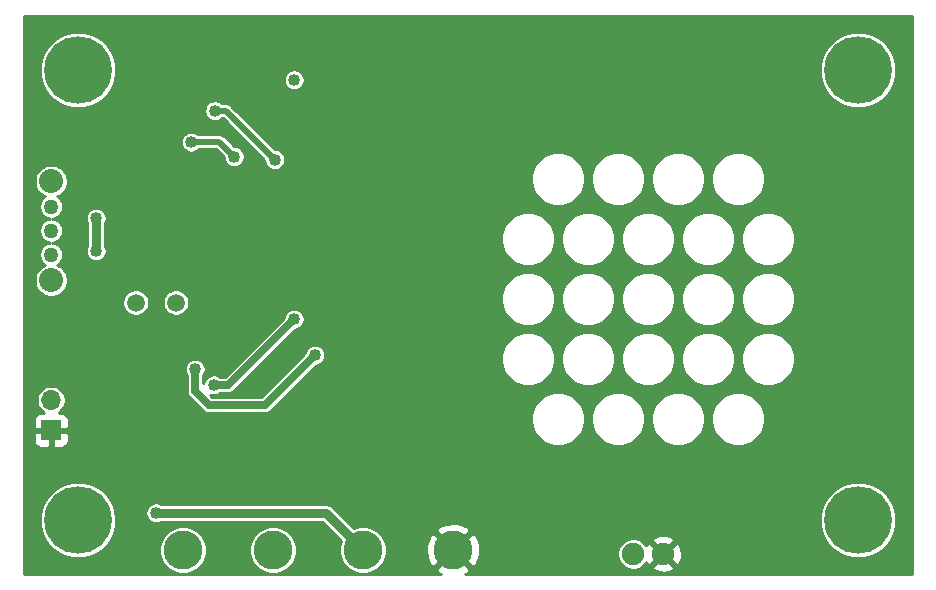
<source format=gbr>
G04 #@! TF.GenerationSoftware,KiCad,Pcbnew,(5.1.5)-3*
G04 #@! TF.CreationDate,2020-06-16T01:41:36-04:00*
G04 #@! TF.ProjectId,SMT-Theremin-v1,534d542d-5468-4657-9265-6d696e2d7631,rev?*
G04 #@! TF.SameCoordinates,Original*
G04 #@! TF.FileFunction,Copper,L2,Bot*
G04 #@! TF.FilePolarity,Positive*
%FSLAX46Y46*%
G04 Gerber Fmt 4.6, Leading zero omitted, Abs format (unit mm)*
G04 Created by KiCad (PCBNEW (5.1.5)-3) date 2020-06-16 01:41:36*
%MOMM*%
%LPD*%
G04 APERTURE LIST*
%ADD10C,3.302000*%
%ADD11C,1.905000*%
%ADD12C,5.715000*%
%ADD13C,1.500000*%
%ADD14R,1.700000X1.700000*%
%ADD15O,1.700000X1.700000*%
%ADD16C,1.270000*%
%ADD17C,2.032000*%
%ADD18C,1.016000*%
%ADD19C,0.508000*%
%ADD20C,0.762000*%
%ADD21C,0.635000*%
%ADD22C,0.254000*%
G04 APERTURE END LIST*
D10*
X95250000Y-116840000D03*
X102870000Y-116840000D03*
X110490000Y-116840000D03*
X118110000Y-116840000D03*
D11*
X135890000Y-117151001D03*
X133350000Y-117151001D03*
D12*
X86360000Y-114300000D03*
X152400000Y-76200000D03*
X152400000Y-114300000D03*
X86360000Y-76200000D03*
D13*
X94640400Y-95885000D03*
X91240400Y-95885000D03*
D14*
X84074000Y-106680000D03*
D15*
X84074000Y-104140000D03*
D16*
X84074000Y-91821000D03*
X84074000Y-89789000D03*
X84074000Y-87757000D03*
D17*
X84074000Y-93980000D03*
X84074000Y-85598000D03*
D18*
X99658400Y-97282000D03*
X111988600Y-82829400D03*
X92938600Y-77724000D03*
X99683800Y-77012796D03*
X111540400Y-102479998D03*
X102997000Y-83769196D03*
X97918308Y-79629000D03*
X87884000Y-91490800D03*
X92938600Y-113690400D03*
X87884000Y-88747600D03*
X104648000Y-97282000D03*
X97840800Y-102844600D03*
X95935800Y-82296000D03*
X99568000Y-83515200D03*
X104648000Y-77012800D03*
X96266000Y-101523800D03*
X106400600Y-100330000D03*
D19*
X98856804Y-79629000D02*
X97918308Y-79629000D01*
X102997000Y-83769196D02*
X98856804Y-79629000D01*
D20*
X87884000Y-88747600D02*
X87884000Y-91490800D01*
X107340400Y-113690400D02*
X110490000Y-116840000D01*
X92938600Y-113690400D02*
X107340400Y-113690400D01*
D19*
X98298000Y-82245200D02*
X99568000Y-83515200D01*
X95935800Y-82296000D02*
X95986600Y-82245200D01*
X95986600Y-82245200D02*
X98298000Y-82245200D01*
D21*
X99085400Y-102844600D02*
X97840800Y-102844600D01*
X104571800Y-97296198D02*
X104571800Y-97358200D01*
X104571800Y-97358200D02*
X99085400Y-102844600D01*
X102158800Y-104571800D02*
X106400600Y-100330000D01*
X97434400Y-104571800D02*
X102158800Y-104571800D01*
X96266000Y-101523800D02*
X96266000Y-103403400D01*
X96266000Y-103403400D02*
X97434400Y-104571800D01*
D22*
G36*
X156999000Y-118899000D02*
G01*
X119114339Y-118899000D01*
X119355368Y-118770167D01*
X119529542Y-118439147D01*
X118110000Y-117019605D01*
X116690458Y-118439147D01*
X116864632Y-118770167D01*
X117115253Y-118899000D01*
X81761000Y-118899000D01*
X81761000Y-113981036D01*
X83121500Y-113981036D01*
X83121500Y-114618964D01*
X83245953Y-115244636D01*
X83490078Y-115834005D01*
X83844493Y-116364424D01*
X84295576Y-116815507D01*
X84825995Y-117169922D01*
X85415364Y-117414047D01*
X86041036Y-117538500D01*
X86678964Y-117538500D01*
X87304636Y-117414047D01*
X87894005Y-117169922D01*
X88424424Y-116815507D01*
X88600066Y-116639865D01*
X93218000Y-116639865D01*
X93218000Y-117040135D01*
X93296089Y-117432713D01*
X93449265Y-117802513D01*
X93671643Y-118135325D01*
X93954675Y-118418357D01*
X94287487Y-118640735D01*
X94657287Y-118793911D01*
X95049865Y-118872000D01*
X95450135Y-118872000D01*
X95842713Y-118793911D01*
X96212513Y-118640735D01*
X96545325Y-118418357D01*
X96828357Y-118135325D01*
X97050735Y-117802513D01*
X97203911Y-117432713D01*
X97282000Y-117040135D01*
X97282000Y-116639865D01*
X100838000Y-116639865D01*
X100838000Y-117040135D01*
X100916089Y-117432713D01*
X101069265Y-117802513D01*
X101291643Y-118135325D01*
X101574675Y-118418357D01*
X101907487Y-118640735D01*
X102277287Y-118793911D01*
X102669865Y-118872000D01*
X103070135Y-118872000D01*
X103462713Y-118793911D01*
X103832513Y-118640735D01*
X104165325Y-118418357D01*
X104448357Y-118135325D01*
X104670735Y-117802513D01*
X104823911Y-117432713D01*
X104902000Y-117040135D01*
X104902000Y-116639865D01*
X104823911Y-116247287D01*
X104670735Y-115877487D01*
X104448357Y-115544675D01*
X104165325Y-115261643D01*
X103832513Y-115039265D01*
X103462713Y-114886089D01*
X103070135Y-114808000D01*
X102669865Y-114808000D01*
X102277287Y-114886089D01*
X101907487Y-115039265D01*
X101574675Y-115261643D01*
X101291643Y-115544675D01*
X101069265Y-115877487D01*
X100916089Y-116247287D01*
X100838000Y-116639865D01*
X97282000Y-116639865D01*
X97203911Y-116247287D01*
X97050735Y-115877487D01*
X96828357Y-115544675D01*
X96545325Y-115261643D01*
X96212513Y-115039265D01*
X95842713Y-114886089D01*
X95450135Y-114808000D01*
X95049865Y-114808000D01*
X94657287Y-114886089D01*
X94287487Y-115039265D01*
X93954675Y-115261643D01*
X93671643Y-115544675D01*
X93449265Y-115877487D01*
X93296089Y-116247287D01*
X93218000Y-116639865D01*
X88600066Y-116639865D01*
X88875507Y-116364424D01*
X89229922Y-115834005D01*
X89474047Y-115244636D01*
X89598500Y-114618964D01*
X89598500Y-113981036D01*
X89523273Y-113602841D01*
X92049600Y-113602841D01*
X92049600Y-113777959D01*
X92083764Y-113949712D01*
X92150779Y-114111499D01*
X92248069Y-114257104D01*
X92371896Y-114380931D01*
X92517501Y-114478221D01*
X92679288Y-114545236D01*
X92851041Y-114579400D01*
X93026159Y-114579400D01*
X93197912Y-114545236D01*
X93359699Y-114478221D01*
X93398343Y-114452400D01*
X107024770Y-114452400D01*
X108619144Y-116046774D01*
X108536089Y-116247287D01*
X108458000Y-116639865D01*
X108458000Y-117040135D01*
X108536089Y-117432713D01*
X108689265Y-117802513D01*
X108911643Y-118135325D01*
X109194675Y-118418357D01*
X109527487Y-118640735D01*
X109897287Y-118793911D01*
X110289865Y-118872000D01*
X110690135Y-118872000D01*
X111082713Y-118793911D01*
X111452513Y-118640735D01*
X111785325Y-118418357D01*
X112068357Y-118135325D01*
X112290735Y-117802513D01*
X112443911Y-117432713D01*
X112522000Y-117040135D01*
X112522000Y-116876857D01*
X115813234Y-116876857D01*
X115864557Y-117324225D01*
X116002170Y-117752985D01*
X116179833Y-118085368D01*
X116510853Y-118259542D01*
X117930395Y-116840000D01*
X118289605Y-116840000D01*
X119709147Y-118259542D01*
X120040167Y-118085368D01*
X120246039Y-117684882D01*
X120369824Y-117251928D01*
X120388943Y-117019663D01*
X132016500Y-117019663D01*
X132016500Y-117282339D01*
X132067746Y-117539969D01*
X132168268Y-117782650D01*
X132314203Y-118001058D01*
X132499943Y-118186798D01*
X132718351Y-118332733D01*
X132961032Y-118433255D01*
X133218662Y-118484501D01*
X133481338Y-118484501D01*
X133738968Y-118433255D01*
X133981649Y-118332733D01*
X134101672Y-118252536D01*
X134968070Y-118252536D01*
X135058098Y-118512082D01*
X135339616Y-118648225D01*
X135642286Y-118726830D01*
X135954474Y-118744878D01*
X136264185Y-118701673D01*
X136559516Y-118598878D01*
X136721902Y-118512082D01*
X136811930Y-118252536D01*
X135890000Y-117330606D01*
X134968070Y-118252536D01*
X134101672Y-118252536D01*
X134200057Y-118186798D01*
X134385797Y-118001058D01*
X134470703Y-117873987D01*
X134528919Y-117982903D01*
X134788465Y-118072931D01*
X135710395Y-117151001D01*
X136069605Y-117151001D01*
X136991535Y-118072931D01*
X137251081Y-117982903D01*
X137387224Y-117701385D01*
X137465829Y-117398715D01*
X137483877Y-117086527D01*
X137440672Y-116776816D01*
X137337877Y-116481485D01*
X137251081Y-116319099D01*
X136991535Y-116229071D01*
X136069605Y-117151001D01*
X135710395Y-117151001D01*
X134788465Y-116229071D01*
X134528919Y-116319099D01*
X134473919Y-116432828D01*
X134385797Y-116300944D01*
X134200057Y-116115204D01*
X134101673Y-116049466D01*
X134968070Y-116049466D01*
X135890000Y-116971396D01*
X136811930Y-116049466D01*
X136721902Y-115789920D01*
X136440384Y-115653777D01*
X136137714Y-115575172D01*
X135825526Y-115557124D01*
X135515815Y-115600329D01*
X135220484Y-115703124D01*
X135058098Y-115789920D01*
X134968070Y-116049466D01*
X134101673Y-116049466D01*
X133981649Y-115969269D01*
X133738968Y-115868747D01*
X133481338Y-115817501D01*
X133218662Y-115817501D01*
X132961032Y-115868747D01*
X132718351Y-115969269D01*
X132499943Y-116115204D01*
X132314203Y-116300944D01*
X132168268Y-116519352D01*
X132067746Y-116762033D01*
X132016500Y-117019663D01*
X120388943Y-117019663D01*
X120406766Y-116803143D01*
X120355443Y-116355775D01*
X120217830Y-115927015D01*
X120040167Y-115594632D01*
X119709147Y-115420458D01*
X118289605Y-116840000D01*
X117930395Y-116840000D01*
X116510853Y-115420458D01*
X116179833Y-115594632D01*
X115973961Y-115995118D01*
X115850176Y-116428072D01*
X115813234Y-116876857D01*
X112522000Y-116876857D01*
X112522000Y-116639865D01*
X112443911Y-116247287D01*
X112290735Y-115877487D01*
X112068357Y-115544675D01*
X111785325Y-115261643D01*
X111754211Y-115240853D01*
X116690458Y-115240853D01*
X118110000Y-116660395D01*
X119529542Y-115240853D01*
X119355368Y-114909833D01*
X118954882Y-114703961D01*
X118521928Y-114580176D01*
X118073143Y-114543234D01*
X117625775Y-114594557D01*
X117197015Y-114732170D01*
X116864632Y-114909833D01*
X116690458Y-115240853D01*
X111754211Y-115240853D01*
X111452513Y-115039265D01*
X111082713Y-114886089D01*
X110690135Y-114808000D01*
X110289865Y-114808000D01*
X109897287Y-114886089D01*
X109696774Y-114969144D01*
X108708666Y-113981036D01*
X149161500Y-113981036D01*
X149161500Y-114618964D01*
X149285953Y-115244636D01*
X149530078Y-115834005D01*
X149884493Y-116364424D01*
X150335576Y-116815507D01*
X150865995Y-117169922D01*
X151455364Y-117414047D01*
X152081036Y-117538500D01*
X152718964Y-117538500D01*
X153344636Y-117414047D01*
X153934005Y-117169922D01*
X154464424Y-116815507D01*
X154915507Y-116364424D01*
X155269922Y-115834005D01*
X155514047Y-115244636D01*
X155638500Y-114618964D01*
X155638500Y-113981036D01*
X155514047Y-113355364D01*
X155269922Y-112765995D01*
X154915507Y-112235576D01*
X154464424Y-111784493D01*
X153934005Y-111430078D01*
X153344636Y-111185953D01*
X152718964Y-111061500D01*
X152081036Y-111061500D01*
X151455364Y-111185953D01*
X150865995Y-111430078D01*
X150335576Y-111784493D01*
X149884493Y-112235576D01*
X149530078Y-112765995D01*
X149285953Y-113355364D01*
X149161500Y-113981036D01*
X108708666Y-113981036D01*
X107905684Y-113178054D01*
X107881822Y-113148978D01*
X107765792Y-113053755D01*
X107633415Y-112982998D01*
X107489778Y-112939426D01*
X107377826Y-112928400D01*
X107377823Y-112928400D01*
X107340400Y-112924714D01*
X107302977Y-112928400D01*
X93398343Y-112928400D01*
X93359699Y-112902579D01*
X93197912Y-112835564D01*
X93026159Y-112801400D01*
X92851041Y-112801400D01*
X92679288Y-112835564D01*
X92517501Y-112902579D01*
X92371896Y-112999869D01*
X92248069Y-113123696D01*
X92150779Y-113269301D01*
X92083764Y-113431088D01*
X92049600Y-113602841D01*
X89523273Y-113602841D01*
X89474047Y-113355364D01*
X89229922Y-112765995D01*
X88875507Y-112235576D01*
X88424424Y-111784493D01*
X87894005Y-111430078D01*
X87304636Y-111185953D01*
X86678964Y-111061500D01*
X86041036Y-111061500D01*
X85415364Y-111185953D01*
X84825995Y-111430078D01*
X84295576Y-111784493D01*
X83844493Y-112235576D01*
X83490078Y-112765995D01*
X83245953Y-113355364D01*
X83121500Y-113981036D01*
X81761000Y-113981036D01*
X81761000Y-107530000D01*
X82585928Y-107530000D01*
X82598188Y-107654482D01*
X82634498Y-107774180D01*
X82693463Y-107884494D01*
X82772815Y-107981185D01*
X82869506Y-108060537D01*
X82979820Y-108119502D01*
X83099518Y-108155812D01*
X83224000Y-108168072D01*
X83788250Y-108165000D01*
X83947000Y-108006250D01*
X83947000Y-106807000D01*
X84201000Y-106807000D01*
X84201000Y-108006250D01*
X84359750Y-108165000D01*
X84924000Y-108168072D01*
X85048482Y-108155812D01*
X85168180Y-108119502D01*
X85278494Y-108060537D01*
X85375185Y-107981185D01*
X85454537Y-107884494D01*
X85513502Y-107774180D01*
X85549812Y-107654482D01*
X85562072Y-107530000D01*
X85559000Y-106965750D01*
X85400250Y-106807000D01*
X84201000Y-106807000D01*
X83947000Y-106807000D01*
X82747750Y-106807000D01*
X82589000Y-106965750D01*
X82585928Y-107530000D01*
X81761000Y-107530000D01*
X81761000Y-105830000D01*
X82585928Y-105830000D01*
X82589000Y-106394250D01*
X82747750Y-106553000D01*
X83947000Y-106553000D01*
X83947000Y-106533000D01*
X84201000Y-106533000D01*
X84201000Y-106553000D01*
X85400250Y-106553000D01*
X85559000Y-106394250D01*
X85562072Y-105830000D01*
X85549812Y-105705518D01*
X85513502Y-105585820D01*
X85465412Y-105495850D01*
X124714000Y-105495850D01*
X124714000Y-105946152D01*
X124801850Y-106387803D01*
X124974173Y-106803828D01*
X125224348Y-107178241D01*
X125542760Y-107496653D01*
X125917173Y-107746828D01*
X126333198Y-107919151D01*
X126774849Y-108007001D01*
X127225151Y-108007001D01*
X127666802Y-107919151D01*
X128082827Y-107746828D01*
X128457240Y-107496653D01*
X128775652Y-107178241D01*
X129025827Y-106803828D01*
X129198150Y-106387803D01*
X129286000Y-105946152D01*
X129286000Y-105495850D01*
X129794000Y-105495850D01*
X129794000Y-105946152D01*
X129881850Y-106387803D01*
X130054173Y-106803828D01*
X130304348Y-107178241D01*
X130622760Y-107496653D01*
X130997173Y-107746828D01*
X131413198Y-107919151D01*
X131854849Y-108007001D01*
X132305151Y-108007001D01*
X132746802Y-107919151D01*
X133162827Y-107746828D01*
X133537240Y-107496653D01*
X133855652Y-107178241D01*
X134105827Y-106803828D01*
X134278150Y-106387803D01*
X134366000Y-105946152D01*
X134366000Y-105495850D01*
X134874000Y-105495850D01*
X134874000Y-105946152D01*
X134961850Y-106387803D01*
X135134173Y-106803828D01*
X135384348Y-107178241D01*
X135702760Y-107496653D01*
X136077173Y-107746828D01*
X136493198Y-107919151D01*
X136934849Y-108007001D01*
X137385151Y-108007001D01*
X137826802Y-107919151D01*
X138242827Y-107746828D01*
X138617240Y-107496653D01*
X138935652Y-107178241D01*
X139185827Y-106803828D01*
X139358150Y-106387803D01*
X139446000Y-105946152D01*
X139446000Y-105495850D01*
X139954000Y-105495850D01*
X139954000Y-105946152D01*
X140041850Y-106387803D01*
X140214173Y-106803828D01*
X140464348Y-107178241D01*
X140782760Y-107496653D01*
X141157173Y-107746828D01*
X141573198Y-107919151D01*
X142014849Y-108007001D01*
X142465151Y-108007001D01*
X142906802Y-107919151D01*
X143322827Y-107746828D01*
X143697240Y-107496653D01*
X144015652Y-107178241D01*
X144265827Y-106803828D01*
X144438150Y-106387803D01*
X144526000Y-105946152D01*
X144526000Y-105495850D01*
X144438150Y-105054199D01*
X144265827Y-104638174D01*
X144015652Y-104263761D01*
X143697240Y-103945349D01*
X143322827Y-103695174D01*
X142906802Y-103522851D01*
X142465151Y-103435001D01*
X142014849Y-103435001D01*
X141573198Y-103522851D01*
X141157173Y-103695174D01*
X140782760Y-103945349D01*
X140464348Y-104263761D01*
X140214173Y-104638174D01*
X140041850Y-105054199D01*
X139954000Y-105495850D01*
X139446000Y-105495850D01*
X139358150Y-105054199D01*
X139185827Y-104638174D01*
X138935652Y-104263761D01*
X138617240Y-103945349D01*
X138242827Y-103695174D01*
X137826802Y-103522851D01*
X137385151Y-103435001D01*
X136934849Y-103435001D01*
X136493198Y-103522851D01*
X136077173Y-103695174D01*
X135702760Y-103945349D01*
X135384348Y-104263761D01*
X135134173Y-104638174D01*
X134961850Y-105054199D01*
X134874000Y-105495850D01*
X134366000Y-105495850D01*
X134278150Y-105054199D01*
X134105827Y-104638174D01*
X133855652Y-104263761D01*
X133537240Y-103945349D01*
X133162827Y-103695174D01*
X132746802Y-103522851D01*
X132305151Y-103435001D01*
X131854849Y-103435001D01*
X131413198Y-103522851D01*
X130997173Y-103695174D01*
X130622760Y-103945349D01*
X130304348Y-104263761D01*
X130054173Y-104638174D01*
X129881850Y-105054199D01*
X129794000Y-105495850D01*
X129286000Y-105495850D01*
X129198150Y-105054199D01*
X129025827Y-104638174D01*
X128775652Y-104263761D01*
X128457240Y-103945349D01*
X128082827Y-103695174D01*
X127666802Y-103522851D01*
X127225151Y-103435001D01*
X126774849Y-103435001D01*
X126333198Y-103522851D01*
X125917173Y-103695174D01*
X125542760Y-103945349D01*
X125224348Y-104263761D01*
X124974173Y-104638174D01*
X124801850Y-105054199D01*
X124714000Y-105495850D01*
X85465412Y-105495850D01*
X85454537Y-105475506D01*
X85375185Y-105378815D01*
X85278494Y-105299463D01*
X85168180Y-105240498D01*
X85048482Y-105204188D01*
X84924000Y-105191928D01*
X84713706Y-105193073D01*
X84858717Y-105096180D01*
X85030180Y-104924717D01*
X85164898Y-104723097D01*
X85257693Y-104499069D01*
X85305000Y-104261243D01*
X85305000Y-104018757D01*
X85257693Y-103780931D01*
X85164898Y-103556903D01*
X85030180Y-103355283D01*
X84858717Y-103183820D01*
X84657097Y-103049102D01*
X84433069Y-102956307D01*
X84195243Y-102909000D01*
X83952757Y-102909000D01*
X83714931Y-102956307D01*
X83490903Y-103049102D01*
X83289283Y-103183820D01*
X83117820Y-103355283D01*
X82983102Y-103556903D01*
X82890307Y-103780931D01*
X82843000Y-104018757D01*
X82843000Y-104261243D01*
X82890307Y-104499069D01*
X82983102Y-104723097D01*
X83117820Y-104924717D01*
X83289283Y-105096180D01*
X83434294Y-105193073D01*
X83224000Y-105191928D01*
X83099518Y-105204188D01*
X82979820Y-105240498D01*
X82869506Y-105299463D01*
X82772815Y-105378815D01*
X82693463Y-105475506D01*
X82634498Y-105585820D01*
X82598188Y-105705518D01*
X82585928Y-105830000D01*
X81761000Y-105830000D01*
X81761000Y-101436241D01*
X95377000Y-101436241D01*
X95377000Y-101611359D01*
X95411164Y-101783112D01*
X95478179Y-101944899D01*
X95567500Y-102078578D01*
X95567501Y-103369092D01*
X95564122Y-103403400D01*
X95567501Y-103437708D01*
X95567501Y-103437709D01*
X95577608Y-103540330D01*
X95597579Y-103606164D01*
X95617549Y-103671998D01*
X95682409Y-103793343D01*
X95747826Y-103873053D01*
X95747830Y-103873057D01*
X95769698Y-103899703D01*
X95796343Y-103921570D01*
X96916233Y-105041462D01*
X96938097Y-105068103D01*
X96964737Y-105089966D01*
X96964745Y-105089974D01*
X97044456Y-105155391D01*
X97118560Y-105195000D01*
X97165803Y-105220252D01*
X97297470Y-105260193D01*
X97400091Y-105270300D01*
X97400101Y-105270300D01*
X97434399Y-105273678D01*
X97468697Y-105270300D01*
X102124502Y-105270300D01*
X102158800Y-105273678D01*
X102193098Y-105270300D01*
X102193109Y-105270300D01*
X102295730Y-105260193D01*
X102427397Y-105220252D01*
X102548743Y-105155391D01*
X102655103Y-105068103D01*
X102676975Y-105041452D01*
X106502227Y-101216202D01*
X106659912Y-101184836D01*
X106821699Y-101117821D01*
X106967304Y-101020531D01*
X107091131Y-100896704D01*
X107188421Y-100751099D01*
X107255436Y-100589312D01*
X107289600Y-100417559D01*
X107289600Y-100415850D01*
X122174000Y-100415850D01*
X122174000Y-100866152D01*
X122261850Y-101307803D01*
X122434173Y-101723828D01*
X122684348Y-102098241D01*
X123002760Y-102416653D01*
X123377173Y-102666828D01*
X123793198Y-102839151D01*
X124234849Y-102927001D01*
X124685151Y-102927001D01*
X125126802Y-102839151D01*
X125542827Y-102666828D01*
X125917240Y-102416653D01*
X126235652Y-102098241D01*
X126485827Y-101723828D01*
X126658150Y-101307803D01*
X126746000Y-100866152D01*
X126746000Y-100415850D01*
X127254000Y-100415850D01*
X127254000Y-100866152D01*
X127341850Y-101307803D01*
X127514173Y-101723828D01*
X127764348Y-102098241D01*
X128082760Y-102416653D01*
X128457173Y-102666828D01*
X128873198Y-102839151D01*
X129314849Y-102927001D01*
X129765151Y-102927001D01*
X130206802Y-102839151D01*
X130622827Y-102666828D01*
X130997240Y-102416653D01*
X131315652Y-102098241D01*
X131565827Y-101723828D01*
X131738150Y-101307803D01*
X131826000Y-100866152D01*
X131826000Y-100415850D01*
X132334000Y-100415850D01*
X132334000Y-100866152D01*
X132421850Y-101307803D01*
X132594173Y-101723828D01*
X132844348Y-102098241D01*
X133162760Y-102416653D01*
X133537173Y-102666828D01*
X133953198Y-102839151D01*
X134394849Y-102927001D01*
X134845151Y-102927001D01*
X135286802Y-102839151D01*
X135702827Y-102666828D01*
X136077240Y-102416653D01*
X136395652Y-102098241D01*
X136645827Y-101723828D01*
X136818150Y-101307803D01*
X136906000Y-100866152D01*
X136906000Y-100415850D01*
X137414000Y-100415850D01*
X137414000Y-100866152D01*
X137501850Y-101307803D01*
X137674173Y-101723828D01*
X137924348Y-102098241D01*
X138242760Y-102416653D01*
X138617173Y-102666828D01*
X139033198Y-102839151D01*
X139474849Y-102927001D01*
X139925151Y-102927001D01*
X140366802Y-102839151D01*
X140782827Y-102666828D01*
X141157240Y-102416653D01*
X141475652Y-102098241D01*
X141725827Y-101723828D01*
X141898150Y-101307803D01*
X141986000Y-100866152D01*
X141986000Y-100415850D01*
X142494000Y-100415850D01*
X142494000Y-100866152D01*
X142581850Y-101307803D01*
X142754173Y-101723828D01*
X143004348Y-102098241D01*
X143322760Y-102416653D01*
X143697173Y-102666828D01*
X144113198Y-102839151D01*
X144554849Y-102927001D01*
X145005151Y-102927001D01*
X145446802Y-102839151D01*
X145862827Y-102666828D01*
X146237240Y-102416653D01*
X146555652Y-102098241D01*
X146805827Y-101723828D01*
X146978150Y-101307803D01*
X147066000Y-100866152D01*
X147066000Y-100415850D01*
X146978150Y-99974199D01*
X146805827Y-99558174D01*
X146555652Y-99183761D01*
X146237240Y-98865349D01*
X145862827Y-98615174D01*
X145446802Y-98442851D01*
X145005151Y-98355001D01*
X144554849Y-98355001D01*
X144113198Y-98442851D01*
X143697173Y-98615174D01*
X143322760Y-98865349D01*
X143004348Y-99183761D01*
X142754173Y-99558174D01*
X142581850Y-99974199D01*
X142494000Y-100415850D01*
X141986000Y-100415850D01*
X141898150Y-99974199D01*
X141725827Y-99558174D01*
X141475652Y-99183761D01*
X141157240Y-98865349D01*
X140782827Y-98615174D01*
X140366802Y-98442851D01*
X139925151Y-98355001D01*
X139474849Y-98355001D01*
X139033198Y-98442851D01*
X138617173Y-98615174D01*
X138242760Y-98865349D01*
X137924348Y-99183761D01*
X137674173Y-99558174D01*
X137501850Y-99974199D01*
X137414000Y-100415850D01*
X136906000Y-100415850D01*
X136818150Y-99974199D01*
X136645827Y-99558174D01*
X136395652Y-99183761D01*
X136077240Y-98865349D01*
X135702827Y-98615174D01*
X135286802Y-98442851D01*
X134845151Y-98355001D01*
X134394849Y-98355001D01*
X133953198Y-98442851D01*
X133537173Y-98615174D01*
X133162760Y-98865349D01*
X132844348Y-99183761D01*
X132594173Y-99558174D01*
X132421850Y-99974199D01*
X132334000Y-100415850D01*
X131826000Y-100415850D01*
X131738150Y-99974199D01*
X131565827Y-99558174D01*
X131315652Y-99183761D01*
X130997240Y-98865349D01*
X130622827Y-98615174D01*
X130206802Y-98442851D01*
X129765151Y-98355001D01*
X129314849Y-98355001D01*
X128873198Y-98442851D01*
X128457173Y-98615174D01*
X128082760Y-98865349D01*
X127764348Y-99183761D01*
X127514173Y-99558174D01*
X127341850Y-99974199D01*
X127254000Y-100415850D01*
X126746000Y-100415850D01*
X126658150Y-99974199D01*
X126485827Y-99558174D01*
X126235652Y-99183761D01*
X125917240Y-98865349D01*
X125542827Y-98615174D01*
X125126802Y-98442851D01*
X124685151Y-98355001D01*
X124234849Y-98355001D01*
X123793198Y-98442851D01*
X123377173Y-98615174D01*
X123002760Y-98865349D01*
X122684348Y-99183761D01*
X122434173Y-99558174D01*
X122261850Y-99974199D01*
X122174000Y-100415850D01*
X107289600Y-100415850D01*
X107289600Y-100242441D01*
X107255436Y-100070688D01*
X107188421Y-99908901D01*
X107091131Y-99763296D01*
X106967304Y-99639469D01*
X106821699Y-99542179D01*
X106659912Y-99475164D01*
X106488159Y-99441000D01*
X106313041Y-99441000D01*
X106141288Y-99475164D01*
X105979501Y-99542179D01*
X105833896Y-99639469D01*
X105710069Y-99763296D01*
X105612779Y-99908901D01*
X105545764Y-100070688D01*
X105514398Y-100228373D01*
X101869473Y-103873300D01*
X97723729Y-103873300D01*
X97527503Y-103677074D01*
X97581488Y-103699436D01*
X97753241Y-103733600D01*
X97928359Y-103733600D01*
X98100112Y-103699436D01*
X98261899Y-103632421D01*
X98395578Y-103543100D01*
X99051102Y-103543100D01*
X99085400Y-103546478D01*
X99119698Y-103543100D01*
X99119709Y-103543100D01*
X99222330Y-103532993D01*
X99353997Y-103493052D01*
X99475343Y-103428191D01*
X99581703Y-103340903D01*
X99603575Y-103314252D01*
X104749627Y-98168202D01*
X104907312Y-98136836D01*
X105069099Y-98069821D01*
X105214704Y-97972531D01*
X105338531Y-97848704D01*
X105435821Y-97703099D01*
X105502836Y-97541312D01*
X105537000Y-97369559D01*
X105537000Y-97194441D01*
X105502836Y-97022688D01*
X105435821Y-96860901D01*
X105338531Y-96715296D01*
X105214704Y-96591469D01*
X105069099Y-96494179D01*
X104907312Y-96427164D01*
X104735559Y-96393000D01*
X104560441Y-96393000D01*
X104388688Y-96427164D01*
X104226901Y-96494179D01*
X104081296Y-96591469D01*
X103957469Y-96715296D01*
X103860179Y-96860901D01*
X103793164Y-97022688D01*
X103761798Y-97180373D01*
X98796073Y-102146100D01*
X98395578Y-102146100D01*
X98261899Y-102056779D01*
X98100112Y-101989764D01*
X97928359Y-101955600D01*
X97753241Y-101955600D01*
X97581488Y-101989764D01*
X97419701Y-102056779D01*
X97274096Y-102154069D01*
X97150269Y-102277896D01*
X97052979Y-102423501D01*
X96985964Y-102585288D01*
X96964500Y-102693194D01*
X96964500Y-102078578D01*
X97053821Y-101944899D01*
X97120836Y-101783112D01*
X97155000Y-101611359D01*
X97155000Y-101436241D01*
X97120836Y-101264488D01*
X97053821Y-101102701D01*
X96956531Y-100957096D01*
X96832704Y-100833269D01*
X96687099Y-100735979D01*
X96525312Y-100668964D01*
X96353559Y-100634800D01*
X96178441Y-100634800D01*
X96006688Y-100668964D01*
X95844901Y-100735979D01*
X95699296Y-100833269D01*
X95575469Y-100957096D01*
X95478179Y-101102701D01*
X95411164Y-101264488D01*
X95377000Y-101436241D01*
X81761000Y-101436241D01*
X81761000Y-95773606D01*
X90109400Y-95773606D01*
X90109400Y-95996394D01*
X90152864Y-96214900D01*
X90238121Y-96420729D01*
X90361895Y-96605970D01*
X90519430Y-96763505D01*
X90704671Y-96887279D01*
X90910500Y-96972536D01*
X91129006Y-97016000D01*
X91351794Y-97016000D01*
X91570300Y-96972536D01*
X91776129Y-96887279D01*
X91961370Y-96763505D01*
X92118905Y-96605970D01*
X92242679Y-96420729D01*
X92327936Y-96214900D01*
X92371400Y-95996394D01*
X92371400Y-95773606D01*
X93509400Y-95773606D01*
X93509400Y-95996394D01*
X93552864Y-96214900D01*
X93638121Y-96420729D01*
X93761895Y-96605970D01*
X93919430Y-96763505D01*
X94104671Y-96887279D01*
X94310500Y-96972536D01*
X94529006Y-97016000D01*
X94751794Y-97016000D01*
X94970300Y-96972536D01*
X95176129Y-96887279D01*
X95361370Y-96763505D01*
X95518905Y-96605970D01*
X95642679Y-96420729D01*
X95727936Y-96214900D01*
X95771400Y-95996394D01*
X95771400Y-95773606D01*
X95727936Y-95555100D01*
X95642679Y-95349271D01*
X95633712Y-95335850D01*
X122174000Y-95335850D01*
X122174000Y-95786152D01*
X122261850Y-96227803D01*
X122434173Y-96643828D01*
X122684348Y-97018241D01*
X123002760Y-97336653D01*
X123377173Y-97586828D01*
X123793198Y-97759151D01*
X124234849Y-97847001D01*
X124685151Y-97847001D01*
X125126802Y-97759151D01*
X125542827Y-97586828D01*
X125917240Y-97336653D01*
X126235652Y-97018241D01*
X126485827Y-96643828D01*
X126658150Y-96227803D01*
X126746000Y-95786152D01*
X126746000Y-95335850D01*
X127254000Y-95335850D01*
X127254000Y-95786152D01*
X127341850Y-96227803D01*
X127514173Y-96643828D01*
X127764348Y-97018241D01*
X128082760Y-97336653D01*
X128457173Y-97586828D01*
X128873198Y-97759151D01*
X129314849Y-97847001D01*
X129765151Y-97847001D01*
X130206802Y-97759151D01*
X130622827Y-97586828D01*
X130997240Y-97336653D01*
X131315652Y-97018241D01*
X131565827Y-96643828D01*
X131738150Y-96227803D01*
X131826000Y-95786152D01*
X131826000Y-95335850D01*
X132334000Y-95335850D01*
X132334000Y-95786152D01*
X132421850Y-96227803D01*
X132594173Y-96643828D01*
X132844348Y-97018241D01*
X133162760Y-97336653D01*
X133537173Y-97586828D01*
X133953198Y-97759151D01*
X134394849Y-97847001D01*
X134845151Y-97847001D01*
X135286802Y-97759151D01*
X135702827Y-97586828D01*
X136077240Y-97336653D01*
X136395652Y-97018241D01*
X136645827Y-96643828D01*
X136818150Y-96227803D01*
X136906000Y-95786152D01*
X136906000Y-95335850D01*
X137414000Y-95335850D01*
X137414000Y-95786152D01*
X137501850Y-96227803D01*
X137674173Y-96643828D01*
X137924348Y-97018241D01*
X138242760Y-97336653D01*
X138617173Y-97586828D01*
X139033198Y-97759151D01*
X139474849Y-97847001D01*
X139925151Y-97847001D01*
X140366802Y-97759151D01*
X140782827Y-97586828D01*
X141157240Y-97336653D01*
X141475652Y-97018241D01*
X141725827Y-96643828D01*
X141898150Y-96227803D01*
X141986000Y-95786152D01*
X141986000Y-95335850D01*
X142494000Y-95335850D01*
X142494000Y-95786152D01*
X142581850Y-96227803D01*
X142754173Y-96643828D01*
X143004348Y-97018241D01*
X143322760Y-97336653D01*
X143697173Y-97586828D01*
X144113198Y-97759151D01*
X144554849Y-97847001D01*
X145005151Y-97847001D01*
X145446802Y-97759151D01*
X145862827Y-97586828D01*
X146237240Y-97336653D01*
X146555652Y-97018241D01*
X146805827Y-96643828D01*
X146978150Y-96227803D01*
X147066000Y-95786152D01*
X147066000Y-95335850D01*
X146978150Y-94894199D01*
X146805827Y-94478174D01*
X146555652Y-94103761D01*
X146237240Y-93785349D01*
X145862827Y-93535174D01*
X145446802Y-93362851D01*
X145005151Y-93275001D01*
X144554849Y-93275001D01*
X144113198Y-93362851D01*
X143697173Y-93535174D01*
X143322760Y-93785349D01*
X143004348Y-94103761D01*
X142754173Y-94478174D01*
X142581850Y-94894199D01*
X142494000Y-95335850D01*
X141986000Y-95335850D01*
X141898150Y-94894199D01*
X141725827Y-94478174D01*
X141475652Y-94103761D01*
X141157240Y-93785349D01*
X140782827Y-93535174D01*
X140366802Y-93362851D01*
X139925151Y-93275001D01*
X139474849Y-93275001D01*
X139033198Y-93362851D01*
X138617173Y-93535174D01*
X138242760Y-93785349D01*
X137924348Y-94103761D01*
X137674173Y-94478174D01*
X137501850Y-94894199D01*
X137414000Y-95335850D01*
X136906000Y-95335850D01*
X136818150Y-94894199D01*
X136645827Y-94478174D01*
X136395652Y-94103761D01*
X136077240Y-93785349D01*
X135702827Y-93535174D01*
X135286802Y-93362851D01*
X134845151Y-93275001D01*
X134394849Y-93275001D01*
X133953198Y-93362851D01*
X133537173Y-93535174D01*
X133162760Y-93785349D01*
X132844348Y-94103761D01*
X132594173Y-94478174D01*
X132421850Y-94894199D01*
X132334000Y-95335850D01*
X131826000Y-95335850D01*
X131738150Y-94894199D01*
X131565827Y-94478174D01*
X131315652Y-94103761D01*
X130997240Y-93785349D01*
X130622827Y-93535174D01*
X130206802Y-93362851D01*
X129765151Y-93275001D01*
X129314849Y-93275001D01*
X128873198Y-93362851D01*
X128457173Y-93535174D01*
X128082760Y-93785349D01*
X127764348Y-94103761D01*
X127514173Y-94478174D01*
X127341850Y-94894199D01*
X127254000Y-95335850D01*
X126746000Y-95335850D01*
X126658150Y-94894199D01*
X126485827Y-94478174D01*
X126235652Y-94103761D01*
X125917240Y-93785349D01*
X125542827Y-93535174D01*
X125126802Y-93362851D01*
X124685151Y-93275001D01*
X124234849Y-93275001D01*
X123793198Y-93362851D01*
X123377173Y-93535174D01*
X123002760Y-93785349D01*
X122684348Y-94103761D01*
X122434173Y-94478174D01*
X122261850Y-94894199D01*
X122174000Y-95335850D01*
X95633712Y-95335850D01*
X95518905Y-95164030D01*
X95361370Y-95006495D01*
X95176129Y-94882721D01*
X94970300Y-94797464D01*
X94751794Y-94754000D01*
X94529006Y-94754000D01*
X94310500Y-94797464D01*
X94104671Y-94882721D01*
X93919430Y-95006495D01*
X93761895Y-95164030D01*
X93638121Y-95349271D01*
X93552864Y-95555100D01*
X93509400Y-95773606D01*
X92371400Y-95773606D01*
X92327936Y-95555100D01*
X92242679Y-95349271D01*
X92118905Y-95164030D01*
X91961370Y-95006495D01*
X91776129Y-94882721D01*
X91570300Y-94797464D01*
X91351794Y-94754000D01*
X91129006Y-94754000D01*
X90910500Y-94797464D01*
X90704671Y-94882721D01*
X90519430Y-95006495D01*
X90361895Y-95164030D01*
X90238121Y-95349271D01*
X90152864Y-95555100D01*
X90109400Y-95773606D01*
X81761000Y-95773606D01*
X81761000Y-85460408D01*
X82677000Y-85460408D01*
X82677000Y-85735592D01*
X82730686Y-86005490D01*
X82835995Y-86259727D01*
X82988880Y-86488535D01*
X83183465Y-86683120D01*
X83412273Y-86836005D01*
X83542737Y-86890045D01*
X83426338Y-86967821D01*
X83284821Y-87109338D01*
X83173632Y-87275744D01*
X83097044Y-87460644D01*
X83058000Y-87656933D01*
X83058000Y-87857067D01*
X83097044Y-88053356D01*
X83173632Y-88238256D01*
X83284821Y-88404662D01*
X83426338Y-88546179D01*
X83592744Y-88657368D01*
X83777644Y-88733956D01*
X83973933Y-88773000D01*
X83777644Y-88812044D01*
X83592744Y-88888632D01*
X83426338Y-88999821D01*
X83284821Y-89141338D01*
X83173632Y-89307744D01*
X83097044Y-89492644D01*
X83058000Y-89688933D01*
X83058000Y-89889067D01*
X83097044Y-90085356D01*
X83173632Y-90270256D01*
X83284821Y-90436662D01*
X83426338Y-90578179D01*
X83592744Y-90689368D01*
X83777644Y-90765956D01*
X83973933Y-90805000D01*
X83777644Y-90844044D01*
X83592744Y-90920632D01*
X83426338Y-91031821D01*
X83284821Y-91173338D01*
X83173632Y-91339744D01*
X83097044Y-91524644D01*
X83058000Y-91720933D01*
X83058000Y-91921067D01*
X83097044Y-92117356D01*
X83173632Y-92302256D01*
X83284821Y-92468662D01*
X83426338Y-92610179D01*
X83542737Y-92687955D01*
X83412273Y-92741995D01*
X83183465Y-92894880D01*
X82988880Y-93089465D01*
X82835995Y-93318273D01*
X82730686Y-93572510D01*
X82677000Y-93842408D01*
X82677000Y-94117592D01*
X82730686Y-94387490D01*
X82835995Y-94641727D01*
X82988880Y-94870535D01*
X83183465Y-95065120D01*
X83412273Y-95218005D01*
X83666510Y-95323314D01*
X83936408Y-95377000D01*
X84211592Y-95377000D01*
X84481490Y-95323314D01*
X84735727Y-95218005D01*
X84964535Y-95065120D01*
X85159120Y-94870535D01*
X85312005Y-94641727D01*
X85417314Y-94387490D01*
X85471000Y-94117592D01*
X85471000Y-93842408D01*
X85417314Y-93572510D01*
X85312005Y-93318273D01*
X85159120Y-93089465D01*
X84964535Y-92894880D01*
X84735727Y-92741995D01*
X84605263Y-92687955D01*
X84721662Y-92610179D01*
X84863179Y-92468662D01*
X84974368Y-92302256D01*
X85050956Y-92117356D01*
X85090000Y-91921067D01*
X85090000Y-91720933D01*
X85050956Y-91524644D01*
X84974368Y-91339744D01*
X84863179Y-91173338D01*
X84721662Y-91031821D01*
X84555256Y-90920632D01*
X84370356Y-90844044D01*
X84174067Y-90805000D01*
X84370356Y-90765956D01*
X84555256Y-90689368D01*
X84721662Y-90578179D01*
X84863179Y-90436662D01*
X84974368Y-90270256D01*
X85050956Y-90085356D01*
X85090000Y-89889067D01*
X85090000Y-89688933D01*
X85050956Y-89492644D01*
X84974368Y-89307744D01*
X84863179Y-89141338D01*
X84721662Y-88999821D01*
X84555256Y-88888632D01*
X84370356Y-88812044D01*
X84174067Y-88773000D01*
X84370356Y-88733956D01*
X84548802Y-88660041D01*
X86995000Y-88660041D01*
X86995000Y-88835159D01*
X87029164Y-89006912D01*
X87096179Y-89168699D01*
X87122000Y-89207343D01*
X87122001Y-91031056D01*
X87096179Y-91069701D01*
X87029164Y-91231488D01*
X86995000Y-91403241D01*
X86995000Y-91578359D01*
X87029164Y-91750112D01*
X87096179Y-91911899D01*
X87193469Y-92057504D01*
X87317296Y-92181331D01*
X87462901Y-92278621D01*
X87624688Y-92345636D01*
X87796441Y-92379800D01*
X87971559Y-92379800D01*
X88143312Y-92345636D01*
X88305099Y-92278621D01*
X88450704Y-92181331D01*
X88574531Y-92057504D01*
X88671821Y-91911899D01*
X88738836Y-91750112D01*
X88773000Y-91578359D01*
X88773000Y-91403241D01*
X88738836Y-91231488D01*
X88671821Y-91069701D01*
X88646000Y-91031057D01*
X88646000Y-90255850D01*
X122174000Y-90255850D01*
X122174000Y-90706152D01*
X122261850Y-91147803D01*
X122434173Y-91563828D01*
X122684348Y-91938241D01*
X123002760Y-92256653D01*
X123377173Y-92506828D01*
X123793198Y-92679151D01*
X124234849Y-92767001D01*
X124685151Y-92767001D01*
X125126802Y-92679151D01*
X125542827Y-92506828D01*
X125917240Y-92256653D01*
X126235652Y-91938241D01*
X126485827Y-91563828D01*
X126658150Y-91147803D01*
X126746000Y-90706152D01*
X126746000Y-90255850D01*
X127254000Y-90255850D01*
X127254000Y-90706152D01*
X127341850Y-91147803D01*
X127514173Y-91563828D01*
X127764348Y-91938241D01*
X128082760Y-92256653D01*
X128457173Y-92506828D01*
X128873198Y-92679151D01*
X129314849Y-92767001D01*
X129765151Y-92767001D01*
X130206802Y-92679151D01*
X130622827Y-92506828D01*
X130997240Y-92256653D01*
X131315652Y-91938241D01*
X131565827Y-91563828D01*
X131738150Y-91147803D01*
X131826000Y-90706152D01*
X131826000Y-90255850D01*
X132334000Y-90255850D01*
X132334000Y-90706152D01*
X132421850Y-91147803D01*
X132594173Y-91563828D01*
X132844348Y-91938241D01*
X133162760Y-92256653D01*
X133537173Y-92506828D01*
X133953198Y-92679151D01*
X134394849Y-92767001D01*
X134845151Y-92767001D01*
X135286802Y-92679151D01*
X135702827Y-92506828D01*
X136077240Y-92256653D01*
X136395652Y-91938241D01*
X136645827Y-91563828D01*
X136818150Y-91147803D01*
X136906000Y-90706152D01*
X136906000Y-90255850D01*
X137414000Y-90255850D01*
X137414000Y-90706152D01*
X137501850Y-91147803D01*
X137674173Y-91563828D01*
X137924348Y-91938241D01*
X138242760Y-92256653D01*
X138617173Y-92506828D01*
X139033198Y-92679151D01*
X139474849Y-92767001D01*
X139925151Y-92767001D01*
X140366802Y-92679151D01*
X140782827Y-92506828D01*
X141157240Y-92256653D01*
X141475652Y-91938241D01*
X141725827Y-91563828D01*
X141898150Y-91147803D01*
X141986000Y-90706152D01*
X141986000Y-90255850D01*
X142494000Y-90255850D01*
X142494000Y-90706152D01*
X142581850Y-91147803D01*
X142754173Y-91563828D01*
X143004348Y-91938241D01*
X143322760Y-92256653D01*
X143697173Y-92506828D01*
X144113198Y-92679151D01*
X144554849Y-92767001D01*
X145005151Y-92767001D01*
X145446802Y-92679151D01*
X145862827Y-92506828D01*
X146237240Y-92256653D01*
X146555652Y-91938241D01*
X146805827Y-91563828D01*
X146978150Y-91147803D01*
X147066000Y-90706152D01*
X147066000Y-90255850D01*
X146978150Y-89814199D01*
X146805827Y-89398174D01*
X146555652Y-89023761D01*
X146237240Y-88705349D01*
X145862827Y-88455174D01*
X145446802Y-88282851D01*
X145005151Y-88195001D01*
X144554849Y-88195001D01*
X144113198Y-88282851D01*
X143697173Y-88455174D01*
X143322760Y-88705349D01*
X143004348Y-89023761D01*
X142754173Y-89398174D01*
X142581850Y-89814199D01*
X142494000Y-90255850D01*
X141986000Y-90255850D01*
X141898150Y-89814199D01*
X141725827Y-89398174D01*
X141475652Y-89023761D01*
X141157240Y-88705349D01*
X140782827Y-88455174D01*
X140366802Y-88282851D01*
X139925151Y-88195001D01*
X139474849Y-88195001D01*
X139033198Y-88282851D01*
X138617173Y-88455174D01*
X138242760Y-88705349D01*
X137924348Y-89023761D01*
X137674173Y-89398174D01*
X137501850Y-89814199D01*
X137414000Y-90255850D01*
X136906000Y-90255850D01*
X136818150Y-89814199D01*
X136645827Y-89398174D01*
X136395652Y-89023761D01*
X136077240Y-88705349D01*
X135702827Y-88455174D01*
X135286802Y-88282851D01*
X134845151Y-88195001D01*
X134394849Y-88195001D01*
X133953198Y-88282851D01*
X133537173Y-88455174D01*
X133162760Y-88705349D01*
X132844348Y-89023761D01*
X132594173Y-89398174D01*
X132421850Y-89814199D01*
X132334000Y-90255850D01*
X131826000Y-90255850D01*
X131738150Y-89814199D01*
X131565827Y-89398174D01*
X131315652Y-89023761D01*
X130997240Y-88705349D01*
X130622827Y-88455174D01*
X130206802Y-88282851D01*
X129765151Y-88195001D01*
X129314849Y-88195001D01*
X128873198Y-88282851D01*
X128457173Y-88455174D01*
X128082760Y-88705349D01*
X127764348Y-89023761D01*
X127514173Y-89398174D01*
X127341850Y-89814199D01*
X127254000Y-90255850D01*
X126746000Y-90255850D01*
X126658150Y-89814199D01*
X126485827Y-89398174D01*
X126235652Y-89023761D01*
X125917240Y-88705349D01*
X125542827Y-88455174D01*
X125126802Y-88282851D01*
X124685151Y-88195001D01*
X124234849Y-88195001D01*
X123793198Y-88282851D01*
X123377173Y-88455174D01*
X123002760Y-88705349D01*
X122684348Y-89023761D01*
X122434173Y-89398174D01*
X122261850Y-89814199D01*
X122174000Y-90255850D01*
X88646000Y-90255850D01*
X88646000Y-89207343D01*
X88671821Y-89168699D01*
X88738836Y-89006912D01*
X88773000Y-88835159D01*
X88773000Y-88660041D01*
X88738836Y-88488288D01*
X88671821Y-88326501D01*
X88574531Y-88180896D01*
X88450704Y-88057069D01*
X88305099Y-87959779D01*
X88143312Y-87892764D01*
X87971559Y-87858600D01*
X87796441Y-87858600D01*
X87624688Y-87892764D01*
X87462901Y-87959779D01*
X87317296Y-88057069D01*
X87193469Y-88180896D01*
X87096179Y-88326501D01*
X87029164Y-88488288D01*
X86995000Y-88660041D01*
X84548802Y-88660041D01*
X84555256Y-88657368D01*
X84721662Y-88546179D01*
X84863179Y-88404662D01*
X84974368Y-88238256D01*
X85050956Y-88053356D01*
X85090000Y-87857067D01*
X85090000Y-87656933D01*
X85050956Y-87460644D01*
X84974368Y-87275744D01*
X84863179Y-87109338D01*
X84721662Y-86967821D01*
X84605263Y-86890045D01*
X84735727Y-86836005D01*
X84964535Y-86683120D01*
X85159120Y-86488535D01*
X85312005Y-86259727D01*
X85417314Y-86005490D01*
X85471000Y-85735592D01*
X85471000Y-85460408D01*
X85417314Y-85190510D01*
X85411242Y-85175850D01*
X124714000Y-85175850D01*
X124714000Y-85626152D01*
X124801850Y-86067803D01*
X124974173Y-86483828D01*
X125224348Y-86858241D01*
X125542760Y-87176653D01*
X125917173Y-87426828D01*
X126333198Y-87599151D01*
X126774849Y-87687001D01*
X127225151Y-87687001D01*
X127666802Y-87599151D01*
X128082827Y-87426828D01*
X128457240Y-87176653D01*
X128775652Y-86858241D01*
X129025827Y-86483828D01*
X129198150Y-86067803D01*
X129286000Y-85626152D01*
X129286000Y-85175850D01*
X129794000Y-85175850D01*
X129794000Y-85626152D01*
X129881850Y-86067803D01*
X130054173Y-86483828D01*
X130304348Y-86858241D01*
X130622760Y-87176653D01*
X130997173Y-87426828D01*
X131413198Y-87599151D01*
X131854849Y-87687001D01*
X132305151Y-87687001D01*
X132746802Y-87599151D01*
X133162827Y-87426828D01*
X133537240Y-87176653D01*
X133855652Y-86858241D01*
X134105827Y-86483828D01*
X134278150Y-86067803D01*
X134366000Y-85626152D01*
X134366000Y-85175850D01*
X134874000Y-85175850D01*
X134874000Y-85626152D01*
X134961850Y-86067803D01*
X135134173Y-86483828D01*
X135384348Y-86858241D01*
X135702760Y-87176653D01*
X136077173Y-87426828D01*
X136493198Y-87599151D01*
X136934849Y-87687001D01*
X137385151Y-87687001D01*
X137826802Y-87599151D01*
X138242827Y-87426828D01*
X138617240Y-87176653D01*
X138935652Y-86858241D01*
X139185827Y-86483828D01*
X139358150Y-86067803D01*
X139446000Y-85626152D01*
X139446000Y-85175850D01*
X139954000Y-85175850D01*
X139954000Y-85626152D01*
X140041850Y-86067803D01*
X140214173Y-86483828D01*
X140464348Y-86858241D01*
X140782760Y-87176653D01*
X141157173Y-87426828D01*
X141573198Y-87599151D01*
X142014849Y-87687001D01*
X142465151Y-87687001D01*
X142906802Y-87599151D01*
X143322827Y-87426828D01*
X143697240Y-87176653D01*
X144015652Y-86858241D01*
X144265827Y-86483828D01*
X144438150Y-86067803D01*
X144526000Y-85626152D01*
X144526000Y-85175850D01*
X144438150Y-84734199D01*
X144265827Y-84318174D01*
X144015652Y-83943761D01*
X143697240Y-83625349D01*
X143322827Y-83375174D01*
X142906802Y-83202851D01*
X142465151Y-83115001D01*
X142014849Y-83115001D01*
X141573198Y-83202851D01*
X141157173Y-83375174D01*
X140782760Y-83625349D01*
X140464348Y-83943761D01*
X140214173Y-84318174D01*
X140041850Y-84734199D01*
X139954000Y-85175850D01*
X139446000Y-85175850D01*
X139358150Y-84734199D01*
X139185827Y-84318174D01*
X138935652Y-83943761D01*
X138617240Y-83625349D01*
X138242827Y-83375174D01*
X137826802Y-83202851D01*
X137385151Y-83115001D01*
X136934849Y-83115001D01*
X136493198Y-83202851D01*
X136077173Y-83375174D01*
X135702760Y-83625349D01*
X135384348Y-83943761D01*
X135134173Y-84318174D01*
X134961850Y-84734199D01*
X134874000Y-85175850D01*
X134366000Y-85175850D01*
X134278150Y-84734199D01*
X134105827Y-84318174D01*
X133855652Y-83943761D01*
X133537240Y-83625349D01*
X133162827Y-83375174D01*
X132746802Y-83202851D01*
X132305151Y-83115001D01*
X131854849Y-83115001D01*
X131413198Y-83202851D01*
X130997173Y-83375174D01*
X130622760Y-83625349D01*
X130304348Y-83943761D01*
X130054173Y-84318174D01*
X129881850Y-84734199D01*
X129794000Y-85175850D01*
X129286000Y-85175850D01*
X129198150Y-84734199D01*
X129025827Y-84318174D01*
X128775652Y-83943761D01*
X128457240Y-83625349D01*
X128082827Y-83375174D01*
X127666802Y-83202851D01*
X127225151Y-83115001D01*
X126774849Y-83115001D01*
X126333198Y-83202851D01*
X125917173Y-83375174D01*
X125542760Y-83625349D01*
X125224348Y-83943761D01*
X124974173Y-84318174D01*
X124801850Y-84734199D01*
X124714000Y-85175850D01*
X85411242Y-85175850D01*
X85312005Y-84936273D01*
X85159120Y-84707465D01*
X84964535Y-84512880D01*
X84735727Y-84359995D01*
X84481490Y-84254686D01*
X84211592Y-84201000D01*
X83936408Y-84201000D01*
X83666510Y-84254686D01*
X83412273Y-84359995D01*
X83183465Y-84512880D01*
X82988880Y-84707465D01*
X82835995Y-84936273D01*
X82730686Y-85190510D01*
X82677000Y-85460408D01*
X81761000Y-85460408D01*
X81761000Y-82208441D01*
X95046800Y-82208441D01*
X95046800Y-82383559D01*
X95080964Y-82555312D01*
X95147979Y-82717099D01*
X95245269Y-82862704D01*
X95369096Y-82986531D01*
X95514701Y-83083821D01*
X95676488Y-83150836D01*
X95848241Y-83185000D01*
X96023359Y-83185000D01*
X96195112Y-83150836D01*
X96356899Y-83083821D01*
X96502504Y-82986531D01*
X96608835Y-82880200D01*
X98034976Y-82880200D01*
X98679000Y-83524225D01*
X98679000Y-83602759D01*
X98713164Y-83774512D01*
X98780179Y-83936299D01*
X98877469Y-84081904D01*
X99001296Y-84205731D01*
X99146901Y-84303021D01*
X99308688Y-84370036D01*
X99480441Y-84404200D01*
X99655559Y-84404200D01*
X99827312Y-84370036D01*
X99989099Y-84303021D01*
X100134704Y-84205731D01*
X100258531Y-84081904D01*
X100355821Y-83936299D01*
X100422836Y-83774512D01*
X100457000Y-83602759D01*
X100457000Y-83427641D01*
X100422836Y-83255888D01*
X100355821Y-83094101D01*
X100258531Y-82948496D01*
X100134704Y-82824669D01*
X99989099Y-82727379D01*
X99827312Y-82660364D01*
X99655559Y-82626200D01*
X99577025Y-82626200D01*
X98769074Y-81818250D01*
X98749185Y-81794015D01*
X98652494Y-81714663D01*
X98542180Y-81655698D01*
X98422482Y-81619388D01*
X98329192Y-81610200D01*
X98329181Y-81610200D01*
X98298000Y-81607129D01*
X98266819Y-81610200D01*
X96507235Y-81610200D01*
X96502504Y-81605469D01*
X96356899Y-81508179D01*
X96195112Y-81441164D01*
X96023359Y-81407000D01*
X95848241Y-81407000D01*
X95676488Y-81441164D01*
X95514701Y-81508179D01*
X95369096Y-81605469D01*
X95245269Y-81729296D01*
X95147979Y-81874901D01*
X95080964Y-82036688D01*
X95046800Y-82208441D01*
X81761000Y-82208441D01*
X81761000Y-79541441D01*
X97029308Y-79541441D01*
X97029308Y-79716559D01*
X97063472Y-79888312D01*
X97130487Y-80050099D01*
X97227777Y-80195704D01*
X97351604Y-80319531D01*
X97497209Y-80416821D01*
X97658996Y-80483836D01*
X97830749Y-80518000D01*
X98005867Y-80518000D01*
X98177620Y-80483836D01*
X98339407Y-80416821D01*
X98485012Y-80319531D01*
X98540543Y-80264000D01*
X98593780Y-80264000D01*
X102108000Y-83778221D01*
X102108000Y-83856755D01*
X102142164Y-84028508D01*
X102209179Y-84190295D01*
X102306469Y-84335900D01*
X102430296Y-84459727D01*
X102575901Y-84557017D01*
X102737688Y-84624032D01*
X102909441Y-84658196D01*
X103084559Y-84658196D01*
X103256312Y-84624032D01*
X103418099Y-84557017D01*
X103563704Y-84459727D01*
X103687531Y-84335900D01*
X103784821Y-84190295D01*
X103851836Y-84028508D01*
X103886000Y-83856755D01*
X103886000Y-83681637D01*
X103851836Y-83509884D01*
X103784821Y-83348097D01*
X103687531Y-83202492D01*
X103563704Y-83078665D01*
X103418099Y-82981375D01*
X103256312Y-82914360D01*
X103084559Y-82880196D01*
X103006025Y-82880196D01*
X99327878Y-79202050D01*
X99307989Y-79177815D01*
X99211298Y-79098463D01*
X99100984Y-79039498D01*
X98981286Y-79003188D01*
X98887996Y-78994000D01*
X98887985Y-78994000D01*
X98856804Y-78990929D01*
X98825623Y-78994000D01*
X98540543Y-78994000D01*
X98485012Y-78938469D01*
X98339407Y-78841179D01*
X98177620Y-78774164D01*
X98005867Y-78740000D01*
X97830749Y-78740000D01*
X97658996Y-78774164D01*
X97497209Y-78841179D01*
X97351604Y-78938469D01*
X97227777Y-79062296D01*
X97130487Y-79207901D01*
X97063472Y-79369688D01*
X97029308Y-79541441D01*
X81761000Y-79541441D01*
X81761000Y-75881036D01*
X83121500Y-75881036D01*
X83121500Y-76518964D01*
X83245953Y-77144636D01*
X83490078Y-77734005D01*
X83844493Y-78264424D01*
X84295576Y-78715507D01*
X84825995Y-79069922D01*
X85415364Y-79314047D01*
X86041036Y-79438500D01*
X86678964Y-79438500D01*
X87304636Y-79314047D01*
X87894005Y-79069922D01*
X88424424Y-78715507D01*
X88875507Y-78264424D01*
X89229922Y-77734005D01*
X89474047Y-77144636D01*
X89517687Y-76925241D01*
X103759000Y-76925241D01*
X103759000Y-77100359D01*
X103793164Y-77272112D01*
X103860179Y-77433899D01*
X103957469Y-77579504D01*
X104081296Y-77703331D01*
X104226901Y-77800621D01*
X104388688Y-77867636D01*
X104560441Y-77901800D01*
X104735559Y-77901800D01*
X104907312Y-77867636D01*
X105069099Y-77800621D01*
X105214704Y-77703331D01*
X105338531Y-77579504D01*
X105435821Y-77433899D01*
X105502836Y-77272112D01*
X105537000Y-77100359D01*
X105537000Y-76925241D01*
X105502836Y-76753488D01*
X105435821Y-76591701D01*
X105338531Y-76446096D01*
X105214704Y-76322269D01*
X105069099Y-76224979D01*
X104907312Y-76157964D01*
X104735559Y-76123800D01*
X104560441Y-76123800D01*
X104388688Y-76157964D01*
X104226901Y-76224979D01*
X104081296Y-76322269D01*
X103957469Y-76446096D01*
X103860179Y-76591701D01*
X103793164Y-76753488D01*
X103759000Y-76925241D01*
X89517687Y-76925241D01*
X89598500Y-76518964D01*
X89598500Y-75881036D01*
X149161500Y-75881036D01*
X149161500Y-76518964D01*
X149285953Y-77144636D01*
X149530078Y-77734005D01*
X149884493Y-78264424D01*
X150335576Y-78715507D01*
X150865995Y-79069922D01*
X151455364Y-79314047D01*
X152081036Y-79438500D01*
X152718964Y-79438500D01*
X153344636Y-79314047D01*
X153934005Y-79069922D01*
X154464424Y-78715507D01*
X154915507Y-78264424D01*
X155269922Y-77734005D01*
X155514047Y-77144636D01*
X155638500Y-76518964D01*
X155638500Y-75881036D01*
X155514047Y-75255364D01*
X155269922Y-74665995D01*
X154915507Y-74135576D01*
X154464424Y-73684493D01*
X153934005Y-73330078D01*
X153344636Y-73085953D01*
X152718964Y-72961500D01*
X152081036Y-72961500D01*
X151455364Y-73085953D01*
X150865995Y-73330078D01*
X150335576Y-73684493D01*
X149884493Y-74135576D01*
X149530078Y-74665995D01*
X149285953Y-75255364D01*
X149161500Y-75881036D01*
X89598500Y-75881036D01*
X89474047Y-75255364D01*
X89229922Y-74665995D01*
X88875507Y-74135576D01*
X88424424Y-73684493D01*
X87894005Y-73330078D01*
X87304636Y-73085953D01*
X86678964Y-72961500D01*
X86041036Y-72961500D01*
X85415364Y-73085953D01*
X84825995Y-73330078D01*
X84295576Y-73684493D01*
X83844493Y-74135576D01*
X83490078Y-74665995D01*
X83245953Y-75255364D01*
X83121500Y-75881036D01*
X81761000Y-75881036D01*
X81761000Y-71601000D01*
X156999001Y-71601000D01*
X156999000Y-118899000D01*
G37*
X156999000Y-118899000D02*
X119114339Y-118899000D01*
X119355368Y-118770167D01*
X119529542Y-118439147D01*
X118110000Y-117019605D01*
X116690458Y-118439147D01*
X116864632Y-118770167D01*
X117115253Y-118899000D01*
X81761000Y-118899000D01*
X81761000Y-113981036D01*
X83121500Y-113981036D01*
X83121500Y-114618964D01*
X83245953Y-115244636D01*
X83490078Y-115834005D01*
X83844493Y-116364424D01*
X84295576Y-116815507D01*
X84825995Y-117169922D01*
X85415364Y-117414047D01*
X86041036Y-117538500D01*
X86678964Y-117538500D01*
X87304636Y-117414047D01*
X87894005Y-117169922D01*
X88424424Y-116815507D01*
X88600066Y-116639865D01*
X93218000Y-116639865D01*
X93218000Y-117040135D01*
X93296089Y-117432713D01*
X93449265Y-117802513D01*
X93671643Y-118135325D01*
X93954675Y-118418357D01*
X94287487Y-118640735D01*
X94657287Y-118793911D01*
X95049865Y-118872000D01*
X95450135Y-118872000D01*
X95842713Y-118793911D01*
X96212513Y-118640735D01*
X96545325Y-118418357D01*
X96828357Y-118135325D01*
X97050735Y-117802513D01*
X97203911Y-117432713D01*
X97282000Y-117040135D01*
X97282000Y-116639865D01*
X100838000Y-116639865D01*
X100838000Y-117040135D01*
X100916089Y-117432713D01*
X101069265Y-117802513D01*
X101291643Y-118135325D01*
X101574675Y-118418357D01*
X101907487Y-118640735D01*
X102277287Y-118793911D01*
X102669865Y-118872000D01*
X103070135Y-118872000D01*
X103462713Y-118793911D01*
X103832513Y-118640735D01*
X104165325Y-118418357D01*
X104448357Y-118135325D01*
X104670735Y-117802513D01*
X104823911Y-117432713D01*
X104902000Y-117040135D01*
X104902000Y-116639865D01*
X104823911Y-116247287D01*
X104670735Y-115877487D01*
X104448357Y-115544675D01*
X104165325Y-115261643D01*
X103832513Y-115039265D01*
X103462713Y-114886089D01*
X103070135Y-114808000D01*
X102669865Y-114808000D01*
X102277287Y-114886089D01*
X101907487Y-115039265D01*
X101574675Y-115261643D01*
X101291643Y-115544675D01*
X101069265Y-115877487D01*
X100916089Y-116247287D01*
X100838000Y-116639865D01*
X97282000Y-116639865D01*
X97203911Y-116247287D01*
X97050735Y-115877487D01*
X96828357Y-115544675D01*
X96545325Y-115261643D01*
X96212513Y-115039265D01*
X95842713Y-114886089D01*
X95450135Y-114808000D01*
X95049865Y-114808000D01*
X94657287Y-114886089D01*
X94287487Y-115039265D01*
X93954675Y-115261643D01*
X93671643Y-115544675D01*
X93449265Y-115877487D01*
X93296089Y-116247287D01*
X93218000Y-116639865D01*
X88600066Y-116639865D01*
X88875507Y-116364424D01*
X89229922Y-115834005D01*
X89474047Y-115244636D01*
X89598500Y-114618964D01*
X89598500Y-113981036D01*
X89523273Y-113602841D01*
X92049600Y-113602841D01*
X92049600Y-113777959D01*
X92083764Y-113949712D01*
X92150779Y-114111499D01*
X92248069Y-114257104D01*
X92371896Y-114380931D01*
X92517501Y-114478221D01*
X92679288Y-114545236D01*
X92851041Y-114579400D01*
X93026159Y-114579400D01*
X93197912Y-114545236D01*
X93359699Y-114478221D01*
X93398343Y-114452400D01*
X107024770Y-114452400D01*
X108619144Y-116046774D01*
X108536089Y-116247287D01*
X108458000Y-116639865D01*
X108458000Y-117040135D01*
X108536089Y-117432713D01*
X108689265Y-117802513D01*
X108911643Y-118135325D01*
X109194675Y-118418357D01*
X109527487Y-118640735D01*
X109897287Y-118793911D01*
X110289865Y-118872000D01*
X110690135Y-118872000D01*
X111082713Y-118793911D01*
X111452513Y-118640735D01*
X111785325Y-118418357D01*
X112068357Y-118135325D01*
X112290735Y-117802513D01*
X112443911Y-117432713D01*
X112522000Y-117040135D01*
X112522000Y-116876857D01*
X115813234Y-116876857D01*
X115864557Y-117324225D01*
X116002170Y-117752985D01*
X116179833Y-118085368D01*
X116510853Y-118259542D01*
X117930395Y-116840000D01*
X118289605Y-116840000D01*
X119709147Y-118259542D01*
X120040167Y-118085368D01*
X120246039Y-117684882D01*
X120369824Y-117251928D01*
X120388943Y-117019663D01*
X132016500Y-117019663D01*
X132016500Y-117282339D01*
X132067746Y-117539969D01*
X132168268Y-117782650D01*
X132314203Y-118001058D01*
X132499943Y-118186798D01*
X132718351Y-118332733D01*
X132961032Y-118433255D01*
X133218662Y-118484501D01*
X133481338Y-118484501D01*
X133738968Y-118433255D01*
X133981649Y-118332733D01*
X134101672Y-118252536D01*
X134968070Y-118252536D01*
X135058098Y-118512082D01*
X135339616Y-118648225D01*
X135642286Y-118726830D01*
X135954474Y-118744878D01*
X136264185Y-118701673D01*
X136559516Y-118598878D01*
X136721902Y-118512082D01*
X136811930Y-118252536D01*
X135890000Y-117330606D01*
X134968070Y-118252536D01*
X134101672Y-118252536D01*
X134200057Y-118186798D01*
X134385797Y-118001058D01*
X134470703Y-117873987D01*
X134528919Y-117982903D01*
X134788465Y-118072931D01*
X135710395Y-117151001D01*
X136069605Y-117151001D01*
X136991535Y-118072931D01*
X137251081Y-117982903D01*
X137387224Y-117701385D01*
X137465829Y-117398715D01*
X137483877Y-117086527D01*
X137440672Y-116776816D01*
X137337877Y-116481485D01*
X137251081Y-116319099D01*
X136991535Y-116229071D01*
X136069605Y-117151001D01*
X135710395Y-117151001D01*
X134788465Y-116229071D01*
X134528919Y-116319099D01*
X134473919Y-116432828D01*
X134385797Y-116300944D01*
X134200057Y-116115204D01*
X134101673Y-116049466D01*
X134968070Y-116049466D01*
X135890000Y-116971396D01*
X136811930Y-116049466D01*
X136721902Y-115789920D01*
X136440384Y-115653777D01*
X136137714Y-115575172D01*
X135825526Y-115557124D01*
X135515815Y-115600329D01*
X135220484Y-115703124D01*
X135058098Y-115789920D01*
X134968070Y-116049466D01*
X134101673Y-116049466D01*
X133981649Y-115969269D01*
X133738968Y-115868747D01*
X133481338Y-115817501D01*
X133218662Y-115817501D01*
X132961032Y-115868747D01*
X132718351Y-115969269D01*
X132499943Y-116115204D01*
X132314203Y-116300944D01*
X132168268Y-116519352D01*
X132067746Y-116762033D01*
X132016500Y-117019663D01*
X120388943Y-117019663D01*
X120406766Y-116803143D01*
X120355443Y-116355775D01*
X120217830Y-115927015D01*
X120040167Y-115594632D01*
X119709147Y-115420458D01*
X118289605Y-116840000D01*
X117930395Y-116840000D01*
X116510853Y-115420458D01*
X116179833Y-115594632D01*
X115973961Y-115995118D01*
X115850176Y-116428072D01*
X115813234Y-116876857D01*
X112522000Y-116876857D01*
X112522000Y-116639865D01*
X112443911Y-116247287D01*
X112290735Y-115877487D01*
X112068357Y-115544675D01*
X111785325Y-115261643D01*
X111754211Y-115240853D01*
X116690458Y-115240853D01*
X118110000Y-116660395D01*
X119529542Y-115240853D01*
X119355368Y-114909833D01*
X118954882Y-114703961D01*
X118521928Y-114580176D01*
X118073143Y-114543234D01*
X117625775Y-114594557D01*
X117197015Y-114732170D01*
X116864632Y-114909833D01*
X116690458Y-115240853D01*
X111754211Y-115240853D01*
X111452513Y-115039265D01*
X111082713Y-114886089D01*
X110690135Y-114808000D01*
X110289865Y-114808000D01*
X109897287Y-114886089D01*
X109696774Y-114969144D01*
X108708666Y-113981036D01*
X149161500Y-113981036D01*
X149161500Y-114618964D01*
X149285953Y-115244636D01*
X149530078Y-115834005D01*
X149884493Y-116364424D01*
X150335576Y-116815507D01*
X150865995Y-117169922D01*
X151455364Y-117414047D01*
X152081036Y-117538500D01*
X152718964Y-117538500D01*
X153344636Y-117414047D01*
X153934005Y-117169922D01*
X154464424Y-116815507D01*
X154915507Y-116364424D01*
X155269922Y-115834005D01*
X155514047Y-115244636D01*
X155638500Y-114618964D01*
X155638500Y-113981036D01*
X155514047Y-113355364D01*
X155269922Y-112765995D01*
X154915507Y-112235576D01*
X154464424Y-111784493D01*
X153934005Y-111430078D01*
X153344636Y-111185953D01*
X152718964Y-111061500D01*
X152081036Y-111061500D01*
X151455364Y-111185953D01*
X150865995Y-111430078D01*
X150335576Y-111784493D01*
X149884493Y-112235576D01*
X149530078Y-112765995D01*
X149285953Y-113355364D01*
X149161500Y-113981036D01*
X108708666Y-113981036D01*
X107905684Y-113178054D01*
X107881822Y-113148978D01*
X107765792Y-113053755D01*
X107633415Y-112982998D01*
X107489778Y-112939426D01*
X107377826Y-112928400D01*
X107377823Y-112928400D01*
X107340400Y-112924714D01*
X107302977Y-112928400D01*
X93398343Y-112928400D01*
X93359699Y-112902579D01*
X93197912Y-112835564D01*
X93026159Y-112801400D01*
X92851041Y-112801400D01*
X92679288Y-112835564D01*
X92517501Y-112902579D01*
X92371896Y-112999869D01*
X92248069Y-113123696D01*
X92150779Y-113269301D01*
X92083764Y-113431088D01*
X92049600Y-113602841D01*
X89523273Y-113602841D01*
X89474047Y-113355364D01*
X89229922Y-112765995D01*
X88875507Y-112235576D01*
X88424424Y-111784493D01*
X87894005Y-111430078D01*
X87304636Y-111185953D01*
X86678964Y-111061500D01*
X86041036Y-111061500D01*
X85415364Y-111185953D01*
X84825995Y-111430078D01*
X84295576Y-111784493D01*
X83844493Y-112235576D01*
X83490078Y-112765995D01*
X83245953Y-113355364D01*
X83121500Y-113981036D01*
X81761000Y-113981036D01*
X81761000Y-107530000D01*
X82585928Y-107530000D01*
X82598188Y-107654482D01*
X82634498Y-107774180D01*
X82693463Y-107884494D01*
X82772815Y-107981185D01*
X82869506Y-108060537D01*
X82979820Y-108119502D01*
X83099518Y-108155812D01*
X83224000Y-108168072D01*
X83788250Y-108165000D01*
X83947000Y-108006250D01*
X83947000Y-106807000D01*
X84201000Y-106807000D01*
X84201000Y-108006250D01*
X84359750Y-108165000D01*
X84924000Y-108168072D01*
X85048482Y-108155812D01*
X85168180Y-108119502D01*
X85278494Y-108060537D01*
X85375185Y-107981185D01*
X85454537Y-107884494D01*
X85513502Y-107774180D01*
X85549812Y-107654482D01*
X85562072Y-107530000D01*
X85559000Y-106965750D01*
X85400250Y-106807000D01*
X84201000Y-106807000D01*
X83947000Y-106807000D01*
X82747750Y-106807000D01*
X82589000Y-106965750D01*
X82585928Y-107530000D01*
X81761000Y-107530000D01*
X81761000Y-105830000D01*
X82585928Y-105830000D01*
X82589000Y-106394250D01*
X82747750Y-106553000D01*
X83947000Y-106553000D01*
X83947000Y-106533000D01*
X84201000Y-106533000D01*
X84201000Y-106553000D01*
X85400250Y-106553000D01*
X85559000Y-106394250D01*
X85562072Y-105830000D01*
X85549812Y-105705518D01*
X85513502Y-105585820D01*
X85465412Y-105495850D01*
X124714000Y-105495850D01*
X124714000Y-105946152D01*
X124801850Y-106387803D01*
X124974173Y-106803828D01*
X125224348Y-107178241D01*
X125542760Y-107496653D01*
X125917173Y-107746828D01*
X126333198Y-107919151D01*
X126774849Y-108007001D01*
X127225151Y-108007001D01*
X127666802Y-107919151D01*
X128082827Y-107746828D01*
X128457240Y-107496653D01*
X128775652Y-107178241D01*
X129025827Y-106803828D01*
X129198150Y-106387803D01*
X129286000Y-105946152D01*
X129286000Y-105495850D01*
X129794000Y-105495850D01*
X129794000Y-105946152D01*
X129881850Y-106387803D01*
X130054173Y-106803828D01*
X130304348Y-107178241D01*
X130622760Y-107496653D01*
X130997173Y-107746828D01*
X131413198Y-107919151D01*
X131854849Y-108007001D01*
X132305151Y-108007001D01*
X132746802Y-107919151D01*
X133162827Y-107746828D01*
X133537240Y-107496653D01*
X133855652Y-107178241D01*
X134105827Y-106803828D01*
X134278150Y-106387803D01*
X134366000Y-105946152D01*
X134366000Y-105495850D01*
X134874000Y-105495850D01*
X134874000Y-105946152D01*
X134961850Y-106387803D01*
X135134173Y-106803828D01*
X135384348Y-107178241D01*
X135702760Y-107496653D01*
X136077173Y-107746828D01*
X136493198Y-107919151D01*
X136934849Y-108007001D01*
X137385151Y-108007001D01*
X137826802Y-107919151D01*
X138242827Y-107746828D01*
X138617240Y-107496653D01*
X138935652Y-107178241D01*
X139185827Y-106803828D01*
X139358150Y-106387803D01*
X139446000Y-105946152D01*
X139446000Y-105495850D01*
X139954000Y-105495850D01*
X139954000Y-105946152D01*
X140041850Y-106387803D01*
X140214173Y-106803828D01*
X140464348Y-107178241D01*
X140782760Y-107496653D01*
X141157173Y-107746828D01*
X141573198Y-107919151D01*
X142014849Y-108007001D01*
X142465151Y-108007001D01*
X142906802Y-107919151D01*
X143322827Y-107746828D01*
X143697240Y-107496653D01*
X144015652Y-107178241D01*
X144265827Y-106803828D01*
X144438150Y-106387803D01*
X144526000Y-105946152D01*
X144526000Y-105495850D01*
X144438150Y-105054199D01*
X144265827Y-104638174D01*
X144015652Y-104263761D01*
X143697240Y-103945349D01*
X143322827Y-103695174D01*
X142906802Y-103522851D01*
X142465151Y-103435001D01*
X142014849Y-103435001D01*
X141573198Y-103522851D01*
X141157173Y-103695174D01*
X140782760Y-103945349D01*
X140464348Y-104263761D01*
X140214173Y-104638174D01*
X140041850Y-105054199D01*
X139954000Y-105495850D01*
X139446000Y-105495850D01*
X139358150Y-105054199D01*
X139185827Y-104638174D01*
X138935652Y-104263761D01*
X138617240Y-103945349D01*
X138242827Y-103695174D01*
X137826802Y-103522851D01*
X137385151Y-103435001D01*
X136934849Y-103435001D01*
X136493198Y-103522851D01*
X136077173Y-103695174D01*
X135702760Y-103945349D01*
X135384348Y-104263761D01*
X135134173Y-104638174D01*
X134961850Y-105054199D01*
X134874000Y-105495850D01*
X134366000Y-105495850D01*
X134278150Y-105054199D01*
X134105827Y-104638174D01*
X133855652Y-104263761D01*
X133537240Y-103945349D01*
X133162827Y-103695174D01*
X132746802Y-103522851D01*
X132305151Y-103435001D01*
X131854849Y-103435001D01*
X131413198Y-103522851D01*
X130997173Y-103695174D01*
X130622760Y-103945349D01*
X130304348Y-104263761D01*
X130054173Y-104638174D01*
X129881850Y-105054199D01*
X129794000Y-105495850D01*
X129286000Y-105495850D01*
X129198150Y-105054199D01*
X129025827Y-104638174D01*
X128775652Y-104263761D01*
X128457240Y-103945349D01*
X128082827Y-103695174D01*
X127666802Y-103522851D01*
X127225151Y-103435001D01*
X126774849Y-103435001D01*
X126333198Y-103522851D01*
X125917173Y-103695174D01*
X125542760Y-103945349D01*
X125224348Y-104263761D01*
X124974173Y-104638174D01*
X124801850Y-105054199D01*
X124714000Y-105495850D01*
X85465412Y-105495850D01*
X85454537Y-105475506D01*
X85375185Y-105378815D01*
X85278494Y-105299463D01*
X85168180Y-105240498D01*
X85048482Y-105204188D01*
X84924000Y-105191928D01*
X84713706Y-105193073D01*
X84858717Y-105096180D01*
X85030180Y-104924717D01*
X85164898Y-104723097D01*
X85257693Y-104499069D01*
X85305000Y-104261243D01*
X85305000Y-104018757D01*
X85257693Y-103780931D01*
X85164898Y-103556903D01*
X85030180Y-103355283D01*
X84858717Y-103183820D01*
X84657097Y-103049102D01*
X84433069Y-102956307D01*
X84195243Y-102909000D01*
X83952757Y-102909000D01*
X83714931Y-102956307D01*
X83490903Y-103049102D01*
X83289283Y-103183820D01*
X83117820Y-103355283D01*
X82983102Y-103556903D01*
X82890307Y-103780931D01*
X82843000Y-104018757D01*
X82843000Y-104261243D01*
X82890307Y-104499069D01*
X82983102Y-104723097D01*
X83117820Y-104924717D01*
X83289283Y-105096180D01*
X83434294Y-105193073D01*
X83224000Y-105191928D01*
X83099518Y-105204188D01*
X82979820Y-105240498D01*
X82869506Y-105299463D01*
X82772815Y-105378815D01*
X82693463Y-105475506D01*
X82634498Y-105585820D01*
X82598188Y-105705518D01*
X82585928Y-105830000D01*
X81761000Y-105830000D01*
X81761000Y-101436241D01*
X95377000Y-101436241D01*
X95377000Y-101611359D01*
X95411164Y-101783112D01*
X95478179Y-101944899D01*
X95567500Y-102078578D01*
X95567501Y-103369092D01*
X95564122Y-103403400D01*
X95567501Y-103437708D01*
X95567501Y-103437709D01*
X95577608Y-103540330D01*
X95597579Y-103606164D01*
X95617549Y-103671998D01*
X95682409Y-103793343D01*
X95747826Y-103873053D01*
X95747830Y-103873057D01*
X95769698Y-103899703D01*
X95796343Y-103921570D01*
X96916233Y-105041462D01*
X96938097Y-105068103D01*
X96964737Y-105089966D01*
X96964745Y-105089974D01*
X97044456Y-105155391D01*
X97118560Y-105195000D01*
X97165803Y-105220252D01*
X97297470Y-105260193D01*
X97400091Y-105270300D01*
X97400101Y-105270300D01*
X97434399Y-105273678D01*
X97468697Y-105270300D01*
X102124502Y-105270300D01*
X102158800Y-105273678D01*
X102193098Y-105270300D01*
X102193109Y-105270300D01*
X102295730Y-105260193D01*
X102427397Y-105220252D01*
X102548743Y-105155391D01*
X102655103Y-105068103D01*
X102676975Y-105041452D01*
X106502227Y-101216202D01*
X106659912Y-101184836D01*
X106821699Y-101117821D01*
X106967304Y-101020531D01*
X107091131Y-100896704D01*
X107188421Y-100751099D01*
X107255436Y-100589312D01*
X107289600Y-100417559D01*
X107289600Y-100415850D01*
X122174000Y-100415850D01*
X122174000Y-100866152D01*
X122261850Y-101307803D01*
X122434173Y-101723828D01*
X122684348Y-102098241D01*
X123002760Y-102416653D01*
X123377173Y-102666828D01*
X123793198Y-102839151D01*
X124234849Y-102927001D01*
X124685151Y-102927001D01*
X125126802Y-102839151D01*
X125542827Y-102666828D01*
X125917240Y-102416653D01*
X126235652Y-102098241D01*
X126485827Y-101723828D01*
X126658150Y-101307803D01*
X126746000Y-100866152D01*
X126746000Y-100415850D01*
X127254000Y-100415850D01*
X127254000Y-100866152D01*
X127341850Y-101307803D01*
X127514173Y-101723828D01*
X127764348Y-102098241D01*
X128082760Y-102416653D01*
X128457173Y-102666828D01*
X128873198Y-102839151D01*
X129314849Y-102927001D01*
X129765151Y-102927001D01*
X130206802Y-102839151D01*
X130622827Y-102666828D01*
X130997240Y-102416653D01*
X131315652Y-102098241D01*
X131565827Y-101723828D01*
X131738150Y-101307803D01*
X131826000Y-100866152D01*
X131826000Y-100415850D01*
X132334000Y-100415850D01*
X132334000Y-100866152D01*
X132421850Y-101307803D01*
X132594173Y-101723828D01*
X132844348Y-102098241D01*
X133162760Y-102416653D01*
X133537173Y-102666828D01*
X133953198Y-102839151D01*
X134394849Y-102927001D01*
X134845151Y-102927001D01*
X135286802Y-102839151D01*
X135702827Y-102666828D01*
X136077240Y-102416653D01*
X136395652Y-102098241D01*
X136645827Y-101723828D01*
X136818150Y-101307803D01*
X136906000Y-100866152D01*
X136906000Y-100415850D01*
X137414000Y-100415850D01*
X137414000Y-100866152D01*
X137501850Y-101307803D01*
X137674173Y-101723828D01*
X137924348Y-102098241D01*
X138242760Y-102416653D01*
X138617173Y-102666828D01*
X139033198Y-102839151D01*
X139474849Y-102927001D01*
X139925151Y-102927001D01*
X140366802Y-102839151D01*
X140782827Y-102666828D01*
X141157240Y-102416653D01*
X141475652Y-102098241D01*
X141725827Y-101723828D01*
X141898150Y-101307803D01*
X141986000Y-100866152D01*
X141986000Y-100415850D01*
X142494000Y-100415850D01*
X142494000Y-100866152D01*
X142581850Y-101307803D01*
X142754173Y-101723828D01*
X143004348Y-102098241D01*
X143322760Y-102416653D01*
X143697173Y-102666828D01*
X144113198Y-102839151D01*
X144554849Y-102927001D01*
X145005151Y-102927001D01*
X145446802Y-102839151D01*
X145862827Y-102666828D01*
X146237240Y-102416653D01*
X146555652Y-102098241D01*
X146805827Y-101723828D01*
X146978150Y-101307803D01*
X147066000Y-100866152D01*
X147066000Y-100415850D01*
X146978150Y-99974199D01*
X146805827Y-99558174D01*
X146555652Y-99183761D01*
X146237240Y-98865349D01*
X145862827Y-98615174D01*
X145446802Y-98442851D01*
X145005151Y-98355001D01*
X144554849Y-98355001D01*
X144113198Y-98442851D01*
X143697173Y-98615174D01*
X143322760Y-98865349D01*
X143004348Y-99183761D01*
X142754173Y-99558174D01*
X142581850Y-99974199D01*
X142494000Y-100415850D01*
X141986000Y-100415850D01*
X141898150Y-99974199D01*
X141725827Y-99558174D01*
X141475652Y-99183761D01*
X141157240Y-98865349D01*
X140782827Y-98615174D01*
X140366802Y-98442851D01*
X139925151Y-98355001D01*
X139474849Y-98355001D01*
X139033198Y-98442851D01*
X138617173Y-98615174D01*
X138242760Y-98865349D01*
X137924348Y-99183761D01*
X137674173Y-99558174D01*
X137501850Y-99974199D01*
X137414000Y-100415850D01*
X136906000Y-100415850D01*
X136818150Y-99974199D01*
X136645827Y-99558174D01*
X136395652Y-99183761D01*
X136077240Y-98865349D01*
X135702827Y-98615174D01*
X135286802Y-98442851D01*
X134845151Y-98355001D01*
X134394849Y-98355001D01*
X133953198Y-98442851D01*
X133537173Y-98615174D01*
X133162760Y-98865349D01*
X132844348Y-99183761D01*
X132594173Y-99558174D01*
X132421850Y-99974199D01*
X132334000Y-100415850D01*
X131826000Y-100415850D01*
X131738150Y-99974199D01*
X131565827Y-99558174D01*
X131315652Y-99183761D01*
X130997240Y-98865349D01*
X130622827Y-98615174D01*
X130206802Y-98442851D01*
X129765151Y-98355001D01*
X129314849Y-98355001D01*
X128873198Y-98442851D01*
X128457173Y-98615174D01*
X128082760Y-98865349D01*
X127764348Y-99183761D01*
X127514173Y-99558174D01*
X127341850Y-99974199D01*
X127254000Y-100415850D01*
X126746000Y-100415850D01*
X126658150Y-99974199D01*
X126485827Y-99558174D01*
X126235652Y-99183761D01*
X125917240Y-98865349D01*
X125542827Y-98615174D01*
X125126802Y-98442851D01*
X124685151Y-98355001D01*
X124234849Y-98355001D01*
X123793198Y-98442851D01*
X123377173Y-98615174D01*
X123002760Y-98865349D01*
X122684348Y-99183761D01*
X122434173Y-99558174D01*
X122261850Y-99974199D01*
X122174000Y-100415850D01*
X107289600Y-100415850D01*
X107289600Y-100242441D01*
X107255436Y-100070688D01*
X107188421Y-99908901D01*
X107091131Y-99763296D01*
X106967304Y-99639469D01*
X106821699Y-99542179D01*
X106659912Y-99475164D01*
X106488159Y-99441000D01*
X106313041Y-99441000D01*
X106141288Y-99475164D01*
X105979501Y-99542179D01*
X105833896Y-99639469D01*
X105710069Y-99763296D01*
X105612779Y-99908901D01*
X105545764Y-100070688D01*
X105514398Y-100228373D01*
X101869473Y-103873300D01*
X97723729Y-103873300D01*
X97527503Y-103677074D01*
X97581488Y-103699436D01*
X97753241Y-103733600D01*
X97928359Y-103733600D01*
X98100112Y-103699436D01*
X98261899Y-103632421D01*
X98395578Y-103543100D01*
X99051102Y-103543100D01*
X99085400Y-103546478D01*
X99119698Y-103543100D01*
X99119709Y-103543100D01*
X99222330Y-103532993D01*
X99353997Y-103493052D01*
X99475343Y-103428191D01*
X99581703Y-103340903D01*
X99603575Y-103314252D01*
X104749627Y-98168202D01*
X104907312Y-98136836D01*
X105069099Y-98069821D01*
X105214704Y-97972531D01*
X105338531Y-97848704D01*
X105435821Y-97703099D01*
X105502836Y-97541312D01*
X105537000Y-97369559D01*
X105537000Y-97194441D01*
X105502836Y-97022688D01*
X105435821Y-96860901D01*
X105338531Y-96715296D01*
X105214704Y-96591469D01*
X105069099Y-96494179D01*
X104907312Y-96427164D01*
X104735559Y-96393000D01*
X104560441Y-96393000D01*
X104388688Y-96427164D01*
X104226901Y-96494179D01*
X104081296Y-96591469D01*
X103957469Y-96715296D01*
X103860179Y-96860901D01*
X103793164Y-97022688D01*
X103761798Y-97180373D01*
X98796073Y-102146100D01*
X98395578Y-102146100D01*
X98261899Y-102056779D01*
X98100112Y-101989764D01*
X97928359Y-101955600D01*
X97753241Y-101955600D01*
X97581488Y-101989764D01*
X97419701Y-102056779D01*
X97274096Y-102154069D01*
X97150269Y-102277896D01*
X97052979Y-102423501D01*
X96985964Y-102585288D01*
X96964500Y-102693194D01*
X96964500Y-102078578D01*
X97053821Y-101944899D01*
X97120836Y-101783112D01*
X97155000Y-101611359D01*
X97155000Y-101436241D01*
X97120836Y-101264488D01*
X97053821Y-101102701D01*
X96956531Y-100957096D01*
X96832704Y-100833269D01*
X96687099Y-100735979D01*
X96525312Y-100668964D01*
X96353559Y-100634800D01*
X96178441Y-100634800D01*
X96006688Y-100668964D01*
X95844901Y-100735979D01*
X95699296Y-100833269D01*
X95575469Y-100957096D01*
X95478179Y-101102701D01*
X95411164Y-101264488D01*
X95377000Y-101436241D01*
X81761000Y-101436241D01*
X81761000Y-95773606D01*
X90109400Y-95773606D01*
X90109400Y-95996394D01*
X90152864Y-96214900D01*
X90238121Y-96420729D01*
X90361895Y-96605970D01*
X90519430Y-96763505D01*
X90704671Y-96887279D01*
X90910500Y-96972536D01*
X91129006Y-97016000D01*
X91351794Y-97016000D01*
X91570300Y-96972536D01*
X91776129Y-96887279D01*
X91961370Y-96763505D01*
X92118905Y-96605970D01*
X92242679Y-96420729D01*
X92327936Y-96214900D01*
X92371400Y-95996394D01*
X92371400Y-95773606D01*
X93509400Y-95773606D01*
X93509400Y-95996394D01*
X93552864Y-96214900D01*
X93638121Y-96420729D01*
X93761895Y-96605970D01*
X93919430Y-96763505D01*
X94104671Y-96887279D01*
X94310500Y-96972536D01*
X94529006Y-97016000D01*
X94751794Y-97016000D01*
X94970300Y-96972536D01*
X95176129Y-96887279D01*
X95361370Y-96763505D01*
X95518905Y-96605970D01*
X95642679Y-96420729D01*
X95727936Y-96214900D01*
X95771400Y-95996394D01*
X95771400Y-95773606D01*
X95727936Y-95555100D01*
X95642679Y-95349271D01*
X95633712Y-95335850D01*
X122174000Y-95335850D01*
X122174000Y-95786152D01*
X122261850Y-96227803D01*
X122434173Y-96643828D01*
X122684348Y-97018241D01*
X123002760Y-97336653D01*
X123377173Y-97586828D01*
X123793198Y-97759151D01*
X124234849Y-97847001D01*
X124685151Y-97847001D01*
X125126802Y-97759151D01*
X125542827Y-97586828D01*
X125917240Y-97336653D01*
X126235652Y-97018241D01*
X126485827Y-96643828D01*
X126658150Y-96227803D01*
X126746000Y-95786152D01*
X126746000Y-95335850D01*
X127254000Y-95335850D01*
X127254000Y-95786152D01*
X127341850Y-96227803D01*
X127514173Y-96643828D01*
X127764348Y-97018241D01*
X128082760Y-97336653D01*
X128457173Y-97586828D01*
X128873198Y-97759151D01*
X129314849Y-97847001D01*
X129765151Y-97847001D01*
X130206802Y-97759151D01*
X130622827Y-97586828D01*
X130997240Y-97336653D01*
X131315652Y-97018241D01*
X131565827Y-96643828D01*
X131738150Y-96227803D01*
X131826000Y-95786152D01*
X131826000Y-95335850D01*
X132334000Y-95335850D01*
X132334000Y-95786152D01*
X132421850Y-96227803D01*
X132594173Y-96643828D01*
X132844348Y-97018241D01*
X133162760Y-97336653D01*
X133537173Y-97586828D01*
X133953198Y-97759151D01*
X134394849Y-97847001D01*
X134845151Y-97847001D01*
X135286802Y-97759151D01*
X135702827Y-97586828D01*
X136077240Y-97336653D01*
X136395652Y-97018241D01*
X136645827Y-96643828D01*
X136818150Y-96227803D01*
X136906000Y-95786152D01*
X136906000Y-95335850D01*
X137414000Y-95335850D01*
X137414000Y-95786152D01*
X137501850Y-96227803D01*
X137674173Y-96643828D01*
X137924348Y-97018241D01*
X138242760Y-97336653D01*
X138617173Y-97586828D01*
X139033198Y-97759151D01*
X139474849Y-97847001D01*
X139925151Y-97847001D01*
X140366802Y-97759151D01*
X140782827Y-97586828D01*
X141157240Y-97336653D01*
X141475652Y-97018241D01*
X141725827Y-96643828D01*
X141898150Y-96227803D01*
X141986000Y-95786152D01*
X141986000Y-95335850D01*
X142494000Y-95335850D01*
X142494000Y-95786152D01*
X142581850Y-96227803D01*
X142754173Y-96643828D01*
X143004348Y-97018241D01*
X143322760Y-97336653D01*
X143697173Y-97586828D01*
X144113198Y-97759151D01*
X144554849Y-97847001D01*
X145005151Y-97847001D01*
X145446802Y-97759151D01*
X145862827Y-97586828D01*
X146237240Y-97336653D01*
X146555652Y-97018241D01*
X146805827Y-96643828D01*
X146978150Y-96227803D01*
X147066000Y-95786152D01*
X147066000Y-95335850D01*
X146978150Y-94894199D01*
X146805827Y-94478174D01*
X146555652Y-94103761D01*
X146237240Y-93785349D01*
X145862827Y-93535174D01*
X145446802Y-93362851D01*
X145005151Y-93275001D01*
X144554849Y-93275001D01*
X144113198Y-93362851D01*
X143697173Y-93535174D01*
X143322760Y-93785349D01*
X143004348Y-94103761D01*
X142754173Y-94478174D01*
X142581850Y-94894199D01*
X142494000Y-95335850D01*
X141986000Y-95335850D01*
X141898150Y-94894199D01*
X141725827Y-94478174D01*
X141475652Y-94103761D01*
X141157240Y-93785349D01*
X140782827Y-93535174D01*
X140366802Y-93362851D01*
X139925151Y-93275001D01*
X139474849Y-93275001D01*
X139033198Y-93362851D01*
X138617173Y-93535174D01*
X138242760Y-93785349D01*
X137924348Y-94103761D01*
X137674173Y-94478174D01*
X137501850Y-94894199D01*
X137414000Y-95335850D01*
X136906000Y-95335850D01*
X136818150Y-94894199D01*
X136645827Y-94478174D01*
X136395652Y-94103761D01*
X136077240Y-93785349D01*
X135702827Y-93535174D01*
X135286802Y-93362851D01*
X134845151Y-93275001D01*
X134394849Y-93275001D01*
X133953198Y-93362851D01*
X133537173Y-93535174D01*
X133162760Y-93785349D01*
X132844348Y-94103761D01*
X132594173Y-94478174D01*
X132421850Y-94894199D01*
X132334000Y-95335850D01*
X131826000Y-95335850D01*
X131738150Y-94894199D01*
X131565827Y-94478174D01*
X131315652Y-94103761D01*
X130997240Y-93785349D01*
X130622827Y-93535174D01*
X130206802Y-93362851D01*
X129765151Y-93275001D01*
X129314849Y-93275001D01*
X128873198Y-93362851D01*
X128457173Y-93535174D01*
X128082760Y-93785349D01*
X127764348Y-94103761D01*
X127514173Y-94478174D01*
X127341850Y-94894199D01*
X127254000Y-95335850D01*
X126746000Y-95335850D01*
X126658150Y-94894199D01*
X126485827Y-94478174D01*
X126235652Y-94103761D01*
X125917240Y-93785349D01*
X125542827Y-93535174D01*
X125126802Y-93362851D01*
X124685151Y-93275001D01*
X124234849Y-93275001D01*
X123793198Y-93362851D01*
X123377173Y-93535174D01*
X123002760Y-93785349D01*
X122684348Y-94103761D01*
X122434173Y-94478174D01*
X122261850Y-94894199D01*
X122174000Y-95335850D01*
X95633712Y-95335850D01*
X95518905Y-95164030D01*
X95361370Y-95006495D01*
X95176129Y-94882721D01*
X94970300Y-94797464D01*
X94751794Y-94754000D01*
X94529006Y-94754000D01*
X94310500Y-94797464D01*
X94104671Y-94882721D01*
X93919430Y-95006495D01*
X93761895Y-95164030D01*
X93638121Y-95349271D01*
X93552864Y-95555100D01*
X93509400Y-95773606D01*
X92371400Y-95773606D01*
X92327936Y-95555100D01*
X92242679Y-95349271D01*
X92118905Y-95164030D01*
X91961370Y-95006495D01*
X91776129Y-94882721D01*
X91570300Y-94797464D01*
X91351794Y-94754000D01*
X91129006Y-94754000D01*
X90910500Y-94797464D01*
X90704671Y-94882721D01*
X90519430Y-95006495D01*
X90361895Y-95164030D01*
X90238121Y-95349271D01*
X90152864Y-95555100D01*
X90109400Y-95773606D01*
X81761000Y-95773606D01*
X81761000Y-85460408D01*
X82677000Y-85460408D01*
X82677000Y-85735592D01*
X82730686Y-86005490D01*
X82835995Y-86259727D01*
X82988880Y-86488535D01*
X83183465Y-86683120D01*
X83412273Y-86836005D01*
X83542737Y-86890045D01*
X83426338Y-86967821D01*
X83284821Y-87109338D01*
X83173632Y-87275744D01*
X83097044Y-87460644D01*
X83058000Y-87656933D01*
X83058000Y-87857067D01*
X83097044Y-88053356D01*
X83173632Y-88238256D01*
X83284821Y-88404662D01*
X83426338Y-88546179D01*
X83592744Y-88657368D01*
X83777644Y-88733956D01*
X83973933Y-88773000D01*
X83777644Y-88812044D01*
X83592744Y-88888632D01*
X83426338Y-88999821D01*
X83284821Y-89141338D01*
X83173632Y-89307744D01*
X83097044Y-89492644D01*
X83058000Y-89688933D01*
X83058000Y-89889067D01*
X83097044Y-90085356D01*
X83173632Y-90270256D01*
X83284821Y-90436662D01*
X83426338Y-90578179D01*
X83592744Y-90689368D01*
X83777644Y-90765956D01*
X83973933Y-90805000D01*
X83777644Y-90844044D01*
X83592744Y-90920632D01*
X83426338Y-91031821D01*
X83284821Y-91173338D01*
X83173632Y-91339744D01*
X83097044Y-91524644D01*
X83058000Y-91720933D01*
X83058000Y-91921067D01*
X83097044Y-92117356D01*
X83173632Y-92302256D01*
X83284821Y-92468662D01*
X83426338Y-92610179D01*
X83542737Y-92687955D01*
X83412273Y-92741995D01*
X83183465Y-92894880D01*
X82988880Y-93089465D01*
X82835995Y-93318273D01*
X82730686Y-93572510D01*
X82677000Y-93842408D01*
X82677000Y-94117592D01*
X82730686Y-94387490D01*
X82835995Y-94641727D01*
X82988880Y-94870535D01*
X83183465Y-95065120D01*
X83412273Y-95218005D01*
X83666510Y-95323314D01*
X83936408Y-95377000D01*
X84211592Y-95377000D01*
X84481490Y-95323314D01*
X84735727Y-95218005D01*
X84964535Y-95065120D01*
X85159120Y-94870535D01*
X85312005Y-94641727D01*
X85417314Y-94387490D01*
X85471000Y-94117592D01*
X85471000Y-93842408D01*
X85417314Y-93572510D01*
X85312005Y-93318273D01*
X85159120Y-93089465D01*
X84964535Y-92894880D01*
X84735727Y-92741995D01*
X84605263Y-92687955D01*
X84721662Y-92610179D01*
X84863179Y-92468662D01*
X84974368Y-92302256D01*
X85050956Y-92117356D01*
X85090000Y-91921067D01*
X85090000Y-91720933D01*
X85050956Y-91524644D01*
X84974368Y-91339744D01*
X84863179Y-91173338D01*
X84721662Y-91031821D01*
X84555256Y-90920632D01*
X84370356Y-90844044D01*
X84174067Y-90805000D01*
X84370356Y-90765956D01*
X84555256Y-90689368D01*
X84721662Y-90578179D01*
X84863179Y-90436662D01*
X84974368Y-90270256D01*
X85050956Y-90085356D01*
X85090000Y-89889067D01*
X85090000Y-89688933D01*
X85050956Y-89492644D01*
X84974368Y-89307744D01*
X84863179Y-89141338D01*
X84721662Y-88999821D01*
X84555256Y-88888632D01*
X84370356Y-88812044D01*
X84174067Y-88773000D01*
X84370356Y-88733956D01*
X84548802Y-88660041D01*
X86995000Y-88660041D01*
X86995000Y-88835159D01*
X87029164Y-89006912D01*
X87096179Y-89168699D01*
X87122000Y-89207343D01*
X87122001Y-91031056D01*
X87096179Y-91069701D01*
X87029164Y-91231488D01*
X86995000Y-91403241D01*
X86995000Y-91578359D01*
X87029164Y-91750112D01*
X87096179Y-91911899D01*
X87193469Y-92057504D01*
X87317296Y-92181331D01*
X87462901Y-92278621D01*
X87624688Y-92345636D01*
X87796441Y-92379800D01*
X87971559Y-92379800D01*
X88143312Y-92345636D01*
X88305099Y-92278621D01*
X88450704Y-92181331D01*
X88574531Y-92057504D01*
X88671821Y-91911899D01*
X88738836Y-91750112D01*
X88773000Y-91578359D01*
X88773000Y-91403241D01*
X88738836Y-91231488D01*
X88671821Y-91069701D01*
X88646000Y-91031057D01*
X88646000Y-90255850D01*
X122174000Y-90255850D01*
X122174000Y-90706152D01*
X122261850Y-91147803D01*
X122434173Y-91563828D01*
X122684348Y-91938241D01*
X123002760Y-92256653D01*
X123377173Y-92506828D01*
X123793198Y-92679151D01*
X124234849Y-92767001D01*
X124685151Y-92767001D01*
X125126802Y-92679151D01*
X125542827Y-92506828D01*
X125917240Y-92256653D01*
X126235652Y-91938241D01*
X126485827Y-91563828D01*
X126658150Y-91147803D01*
X126746000Y-90706152D01*
X126746000Y-90255850D01*
X127254000Y-90255850D01*
X127254000Y-90706152D01*
X127341850Y-91147803D01*
X127514173Y-91563828D01*
X127764348Y-91938241D01*
X128082760Y-92256653D01*
X128457173Y-92506828D01*
X128873198Y-92679151D01*
X129314849Y-92767001D01*
X129765151Y-92767001D01*
X130206802Y-92679151D01*
X130622827Y-92506828D01*
X130997240Y-92256653D01*
X131315652Y-91938241D01*
X131565827Y-91563828D01*
X131738150Y-91147803D01*
X131826000Y-90706152D01*
X131826000Y-90255850D01*
X132334000Y-90255850D01*
X132334000Y-90706152D01*
X132421850Y-91147803D01*
X132594173Y-91563828D01*
X132844348Y-91938241D01*
X133162760Y-92256653D01*
X133537173Y-92506828D01*
X133953198Y-92679151D01*
X134394849Y-92767001D01*
X134845151Y-92767001D01*
X135286802Y-92679151D01*
X135702827Y-92506828D01*
X136077240Y-92256653D01*
X136395652Y-91938241D01*
X136645827Y-91563828D01*
X136818150Y-91147803D01*
X136906000Y-90706152D01*
X136906000Y-90255850D01*
X137414000Y-90255850D01*
X137414000Y-90706152D01*
X137501850Y-91147803D01*
X137674173Y-91563828D01*
X137924348Y-91938241D01*
X138242760Y-92256653D01*
X138617173Y-92506828D01*
X139033198Y-92679151D01*
X139474849Y-92767001D01*
X139925151Y-92767001D01*
X140366802Y-92679151D01*
X140782827Y-92506828D01*
X141157240Y-92256653D01*
X141475652Y-91938241D01*
X141725827Y-91563828D01*
X141898150Y-91147803D01*
X141986000Y-90706152D01*
X141986000Y-90255850D01*
X142494000Y-90255850D01*
X142494000Y-90706152D01*
X142581850Y-91147803D01*
X142754173Y-91563828D01*
X143004348Y-91938241D01*
X143322760Y-92256653D01*
X143697173Y-92506828D01*
X144113198Y-92679151D01*
X144554849Y-92767001D01*
X145005151Y-92767001D01*
X145446802Y-92679151D01*
X145862827Y-92506828D01*
X146237240Y-92256653D01*
X146555652Y-91938241D01*
X146805827Y-91563828D01*
X146978150Y-91147803D01*
X147066000Y-90706152D01*
X147066000Y-90255850D01*
X146978150Y-89814199D01*
X146805827Y-89398174D01*
X146555652Y-89023761D01*
X146237240Y-88705349D01*
X145862827Y-88455174D01*
X145446802Y-88282851D01*
X145005151Y-88195001D01*
X144554849Y-88195001D01*
X144113198Y-88282851D01*
X143697173Y-88455174D01*
X143322760Y-88705349D01*
X143004348Y-89023761D01*
X142754173Y-89398174D01*
X142581850Y-89814199D01*
X142494000Y-90255850D01*
X141986000Y-90255850D01*
X141898150Y-89814199D01*
X141725827Y-89398174D01*
X141475652Y-89023761D01*
X141157240Y-88705349D01*
X140782827Y-88455174D01*
X140366802Y-88282851D01*
X139925151Y-88195001D01*
X139474849Y-88195001D01*
X139033198Y-88282851D01*
X138617173Y-88455174D01*
X138242760Y-88705349D01*
X137924348Y-89023761D01*
X137674173Y-89398174D01*
X137501850Y-89814199D01*
X137414000Y-90255850D01*
X136906000Y-90255850D01*
X136818150Y-89814199D01*
X136645827Y-89398174D01*
X136395652Y-89023761D01*
X136077240Y-88705349D01*
X135702827Y-88455174D01*
X135286802Y-88282851D01*
X134845151Y-88195001D01*
X134394849Y-88195001D01*
X133953198Y-88282851D01*
X133537173Y-88455174D01*
X133162760Y-88705349D01*
X132844348Y-89023761D01*
X132594173Y-89398174D01*
X132421850Y-89814199D01*
X132334000Y-90255850D01*
X131826000Y-90255850D01*
X131738150Y-89814199D01*
X131565827Y-89398174D01*
X131315652Y-89023761D01*
X130997240Y-88705349D01*
X130622827Y-88455174D01*
X130206802Y-88282851D01*
X129765151Y-88195001D01*
X129314849Y-88195001D01*
X128873198Y-88282851D01*
X128457173Y-88455174D01*
X128082760Y-88705349D01*
X127764348Y-89023761D01*
X127514173Y-89398174D01*
X127341850Y-89814199D01*
X127254000Y-90255850D01*
X126746000Y-90255850D01*
X126658150Y-89814199D01*
X126485827Y-89398174D01*
X126235652Y-89023761D01*
X125917240Y-88705349D01*
X125542827Y-88455174D01*
X125126802Y-88282851D01*
X124685151Y-88195001D01*
X124234849Y-88195001D01*
X123793198Y-88282851D01*
X123377173Y-88455174D01*
X123002760Y-88705349D01*
X122684348Y-89023761D01*
X122434173Y-89398174D01*
X122261850Y-89814199D01*
X122174000Y-90255850D01*
X88646000Y-90255850D01*
X88646000Y-89207343D01*
X88671821Y-89168699D01*
X88738836Y-89006912D01*
X88773000Y-88835159D01*
X88773000Y-88660041D01*
X88738836Y-88488288D01*
X88671821Y-88326501D01*
X88574531Y-88180896D01*
X88450704Y-88057069D01*
X88305099Y-87959779D01*
X88143312Y-87892764D01*
X87971559Y-87858600D01*
X87796441Y-87858600D01*
X87624688Y-87892764D01*
X87462901Y-87959779D01*
X87317296Y-88057069D01*
X87193469Y-88180896D01*
X87096179Y-88326501D01*
X87029164Y-88488288D01*
X86995000Y-88660041D01*
X84548802Y-88660041D01*
X84555256Y-88657368D01*
X84721662Y-88546179D01*
X84863179Y-88404662D01*
X84974368Y-88238256D01*
X85050956Y-88053356D01*
X85090000Y-87857067D01*
X85090000Y-87656933D01*
X85050956Y-87460644D01*
X84974368Y-87275744D01*
X84863179Y-87109338D01*
X84721662Y-86967821D01*
X84605263Y-86890045D01*
X84735727Y-86836005D01*
X84964535Y-86683120D01*
X85159120Y-86488535D01*
X85312005Y-86259727D01*
X85417314Y-86005490D01*
X85471000Y-85735592D01*
X85471000Y-85460408D01*
X85417314Y-85190510D01*
X85411242Y-85175850D01*
X124714000Y-85175850D01*
X124714000Y-85626152D01*
X124801850Y-86067803D01*
X124974173Y-86483828D01*
X125224348Y-86858241D01*
X125542760Y-87176653D01*
X125917173Y-87426828D01*
X126333198Y-87599151D01*
X126774849Y-87687001D01*
X127225151Y-87687001D01*
X127666802Y-87599151D01*
X128082827Y-87426828D01*
X128457240Y-87176653D01*
X128775652Y-86858241D01*
X129025827Y-86483828D01*
X129198150Y-86067803D01*
X129286000Y-85626152D01*
X129286000Y-85175850D01*
X129794000Y-85175850D01*
X129794000Y-85626152D01*
X129881850Y-86067803D01*
X130054173Y-86483828D01*
X130304348Y-86858241D01*
X130622760Y-87176653D01*
X130997173Y-87426828D01*
X131413198Y-87599151D01*
X131854849Y-87687001D01*
X132305151Y-87687001D01*
X132746802Y-87599151D01*
X133162827Y-87426828D01*
X133537240Y-87176653D01*
X133855652Y-86858241D01*
X134105827Y-86483828D01*
X134278150Y-86067803D01*
X134366000Y-85626152D01*
X134366000Y-85175850D01*
X134874000Y-85175850D01*
X134874000Y-85626152D01*
X134961850Y-86067803D01*
X135134173Y-86483828D01*
X135384348Y-86858241D01*
X135702760Y-87176653D01*
X136077173Y-87426828D01*
X136493198Y-87599151D01*
X136934849Y-87687001D01*
X137385151Y-87687001D01*
X137826802Y-87599151D01*
X138242827Y-87426828D01*
X138617240Y-87176653D01*
X138935652Y-86858241D01*
X139185827Y-86483828D01*
X139358150Y-86067803D01*
X139446000Y-85626152D01*
X139446000Y-85175850D01*
X139954000Y-85175850D01*
X139954000Y-85626152D01*
X140041850Y-86067803D01*
X140214173Y-86483828D01*
X140464348Y-86858241D01*
X140782760Y-87176653D01*
X141157173Y-87426828D01*
X141573198Y-87599151D01*
X142014849Y-87687001D01*
X142465151Y-87687001D01*
X142906802Y-87599151D01*
X143322827Y-87426828D01*
X143697240Y-87176653D01*
X144015652Y-86858241D01*
X144265827Y-86483828D01*
X144438150Y-86067803D01*
X144526000Y-85626152D01*
X144526000Y-85175850D01*
X144438150Y-84734199D01*
X144265827Y-84318174D01*
X144015652Y-83943761D01*
X143697240Y-83625349D01*
X143322827Y-83375174D01*
X142906802Y-83202851D01*
X142465151Y-83115001D01*
X142014849Y-83115001D01*
X141573198Y-83202851D01*
X141157173Y-83375174D01*
X140782760Y-83625349D01*
X140464348Y-83943761D01*
X140214173Y-84318174D01*
X140041850Y-84734199D01*
X139954000Y-85175850D01*
X139446000Y-85175850D01*
X139358150Y-84734199D01*
X139185827Y-84318174D01*
X138935652Y-83943761D01*
X138617240Y-83625349D01*
X138242827Y-83375174D01*
X137826802Y-83202851D01*
X137385151Y-83115001D01*
X136934849Y-83115001D01*
X136493198Y-83202851D01*
X136077173Y-83375174D01*
X135702760Y-83625349D01*
X135384348Y-83943761D01*
X135134173Y-84318174D01*
X134961850Y-84734199D01*
X134874000Y-85175850D01*
X134366000Y-85175850D01*
X134278150Y-84734199D01*
X134105827Y-84318174D01*
X133855652Y-83943761D01*
X133537240Y-83625349D01*
X133162827Y-83375174D01*
X132746802Y-83202851D01*
X132305151Y-83115001D01*
X131854849Y-83115001D01*
X131413198Y-83202851D01*
X130997173Y-83375174D01*
X130622760Y-83625349D01*
X130304348Y-83943761D01*
X130054173Y-84318174D01*
X129881850Y-84734199D01*
X129794000Y-85175850D01*
X129286000Y-85175850D01*
X129198150Y-84734199D01*
X129025827Y-84318174D01*
X128775652Y-83943761D01*
X128457240Y-83625349D01*
X128082827Y-83375174D01*
X127666802Y-83202851D01*
X127225151Y-83115001D01*
X126774849Y-83115001D01*
X126333198Y-83202851D01*
X125917173Y-83375174D01*
X125542760Y-83625349D01*
X125224348Y-83943761D01*
X124974173Y-84318174D01*
X124801850Y-84734199D01*
X124714000Y-85175850D01*
X85411242Y-85175850D01*
X85312005Y-84936273D01*
X85159120Y-84707465D01*
X84964535Y-84512880D01*
X84735727Y-84359995D01*
X84481490Y-84254686D01*
X84211592Y-84201000D01*
X83936408Y-84201000D01*
X83666510Y-84254686D01*
X83412273Y-84359995D01*
X83183465Y-84512880D01*
X82988880Y-84707465D01*
X82835995Y-84936273D01*
X82730686Y-85190510D01*
X82677000Y-85460408D01*
X81761000Y-85460408D01*
X81761000Y-82208441D01*
X95046800Y-82208441D01*
X95046800Y-82383559D01*
X95080964Y-82555312D01*
X95147979Y-82717099D01*
X95245269Y-82862704D01*
X95369096Y-82986531D01*
X95514701Y-83083821D01*
X95676488Y-83150836D01*
X95848241Y-83185000D01*
X96023359Y-83185000D01*
X96195112Y-83150836D01*
X96356899Y-83083821D01*
X96502504Y-82986531D01*
X96608835Y-82880200D01*
X98034976Y-82880200D01*
X98679000Y-83524225D01*
X98679000Y-83602759D01*
X98713164Y-83774512D01*
X98780179Y-83936299D01*
X98877469Y-84081904D01*
X99001296Y-84205731D01*
X99146901Y-84303021D01*
X99308688Y-84370036D01*
X99480441Y-84404200D01*
X99655559Y-84404200D01*
X99827312Y-84370036D01*
X99989099Y-84303021D01*
X100134704Y-84205731D01*
X100258531Y-84081904D01*
X100355821Y-83936299D01*
X100422836Y-83774512D01*
X100457000Y-83602759D01*
X100457000Y-83427641D01*
X100422836Y-83255888D01*
X100355821Y-83094101D01*
X100258531Y-82948496D01*
X100134704Y-82824669D01*
X99989099Y-82727379D01*
X99827312Y-82660364D01*
X99655559Y-82626200D01*
X99577025Y-82626200D01*
X98769074Y-81818250D01*
X98749185Y-81794015D01*
X98652494Y-81714663D01*
X98542180Y-81655698D01*
X98422482Y-81619388D01*
X98329192Y-81610200D01*
X98329181Y-81610200D01*
X98298000Y-81607129D01*
X98266819Y-81610200D01*
X96507235Y-81610200D01*
X96502504Y-81605469D01*
X96356899Y-81508179D01*
X96195112Y-81441164D01*
X96023359Y-81407000D01*
X95848241Y-81407000D01*
X95676488Y-81441164D01*
X95514701Y-81508179D01*
X95369096Y-81605469D01*
X95245269Y-81729296D01*
X95147979Y-81874901D01*
X95080964Y-82036688D01*
X95046800Y-82208441D01*
X81761000Y-82208441D01*
X81761000Y-79541441D01*
X97029308Y-79541441D01*
X97029308Y-79716559D01*
X97063472Y-79888312D01*
X97130487Y-80050099D01*
X97227777Y-80195704D01*
X97351604Y-80319531D01*
X97497209Y-80416821D01*
X97658996Y-80483836D01*
X97830749Y-80518000D01*
X98005867Y-80518000D01*
X98177620Y-80483836D01*
X98339407Y-80416821D01*
X98485012Y-80319531D01*
X98540543Y-80264000D01*
X98593780Y-80264000D01*
X102108000Y-83778221D01*
X102108000Y-83856755D01*
X102142164Y-84028508D01*
X102209179Y-84190295D01*
X102306469Y-84335900D01*
X102430296Y-84459727D01*
X102575901Y-84557017D01*
X102737688Y-84624032D01*
X102909441Y-84658196D01*
X103084559Y-84658196D01*
X103256312Y-84624032D01*
X103418099Y-84557017D01*
X103563704Y-84459727D01*
X103687531Y-84335900D01*
X103784821Y-84190295D01*
X103851836Y-84028508D01*
X103886000Y-83856755D01*
X103886000Y-83681637D01*
X103851836Y-83509884D01*
X103784821Y-83348097D01*
X103687531Y-83202492D01*
X103563704Y-83078665D01*
X103418099Y-82981375D01*
X103256312Y-82914360D01*
X103084559Y-82880196D01*
X103006025Y-82880196D01*
X99327878Y-79202050D01*
X99307989Y-79177815D01*
X99211298Y-79098463D01*
X99100984Y-79039498D01*
X98981286Y-79003188D01*
X98887996Y-78994000D01*
X98887985Y-78994000D01*
X98856804Y-78990929D01*
X98825623Y-78994000D01*
X98540543Y-78994000D01*
X98485012Y-78938469D01*
X98339407Y-78841179D01*
X98177620Y-78774164D01*
X98005867Y-78740000D01*
X97830749Y-78740000D01*
X97658996Y-78774164D01*
X97497209Y-78841179D01*
X97351604Y-78938469D01*
X97227777Y-79062296D01*
X97130487Y-79207901D01*
X97063472Y-79369688D01*
X97029308Y-79541441D01*
X81761000Y-79541441D01*
X81761000Y-75881036D01*
X83121500Y-75881036D01*
X83121500Y-76518964D01*
X83245953Y-77144636D01*
X83490078Y-77734005D01*
X83844493Y-78264424D01*
X84295576Y-78715507D01*
X84825995Y-79069922D01*
X85415364Y-79314047D01*
X86041036Y-79438500D01*
X86678964Y-79438500D01*
X87304636Y-79314047D01*
X87894005Y-79069922D01*
X88424424Y-78715507D01*
X88875507Y-78264424D01*
X89229922Y-77734005D01*
X89474047Y-77144636D01*
X89517687Y-76925241D01*
X103759000Y-76925241D01*
X103759000Y-77100359D01*
X103793164Y-77272112D01*
X103860179Y-77433899D01*
X103957469Y-77579504D01*
X104081296Y-77703331D01*
X104226901Y-77800621D01*
X104388688Y-77867636D01*
X104560441Y-77901800D01*
X104735559Y-77901800D01*
X104907312Y-77867636D01*
X105069099Y-77800621D01*
X105214704Y-77703331D01*
X105338531Y-77579504D01*
X105435821Y-77433899D01*
X105502836Y-77272112D01*
X105537000Y-77100359D01*
X105537000Y-76925241D01*
X105502836Y-76753488D01*
X105435821Y-76591701D01*
X105338531Y-76446096D01*
X105214704Y-76322269D01*
X105069099Y-76224979D01*
X104907312Y-76157964D01*
X104735559Y-76123800D01*
X104560441Y-76123800D01*
X104388688Y-76157964D01*
X104226901Y-76224979D01*
X104081296Y-76322269D01*
X103957469Y-76446096D01*
X103860179Y-76591701D01*
X103793164Y-76753488D01*
X103759000Y-76925241D01*
X89517687Y-76925241D01*
X89598500Y-76518964D01*
X89598500Y-75881036D01*
X149161500Y-75881036D01*
X149161500Y-76518964D01*
X149285953Y-77144636D01*
X149530078Y-77734005D01*
X149884493Y-78264424D01*
X150335576Y-78715507D01*
X150865995Y-79069922D01*
X151455364Y-79314047D01*
X152081036Y-79438500D01*
X152718964Y-79438500D01*
X153344636Y-79314047D01*
X153934005Y-79069922D01*
X154464424Y-78715507D01*
X154915507Y-78264424D01*
X155269922Y-77734005D01*
X155514047Y-77144636D01*
X155638500Y-76518964D01*
X155638500Y-75881036D01*
X155514047Y-75255364D01*
X155269922Y-74665995D01*
X154915507Y-74135576D01*
X154464424Y-73684493D01*
X153934005Y-73330078D01*
X153344636Y-73085953D01*
X152718964Y-72961500D01*
X152081036Y-72961500D01*
X151455364Y-73085953D01*
X150865995Y-73330078D01*
X150335576Y-73684493D01*
X149884493Y-74135576D01*
X149530078Y-74665995D01*
X149285953Y-75255364D01*
X149161500Y-75881036D01*
X89598500Y-75881036D01*
X89474047Y-75255364D01*
X89229922Y-74665995D01*
X88875507Y-74135576D01*
X88424424Y-73684493D01*
X87894005Y-73330078D01*
X87304636Y-73085953D01*
X86678964Y-72961500D01*
X86041036Y-72961500D01*
X85415364Y-73085953D01*
X84825995Y-73330078D01*
X84295576Y-73684493D01*
X83844493Y-74135576D01*
X83490078Y-74665995D01*
X83245953Y-75255364D01*
X83121500Y-75881036D01*
X81761000Y-75881036D01*
X81761000Y-71601000D01*
X156999001Y-71601000D01*
X156999000Y-118899000D01*
M02*

</source>
